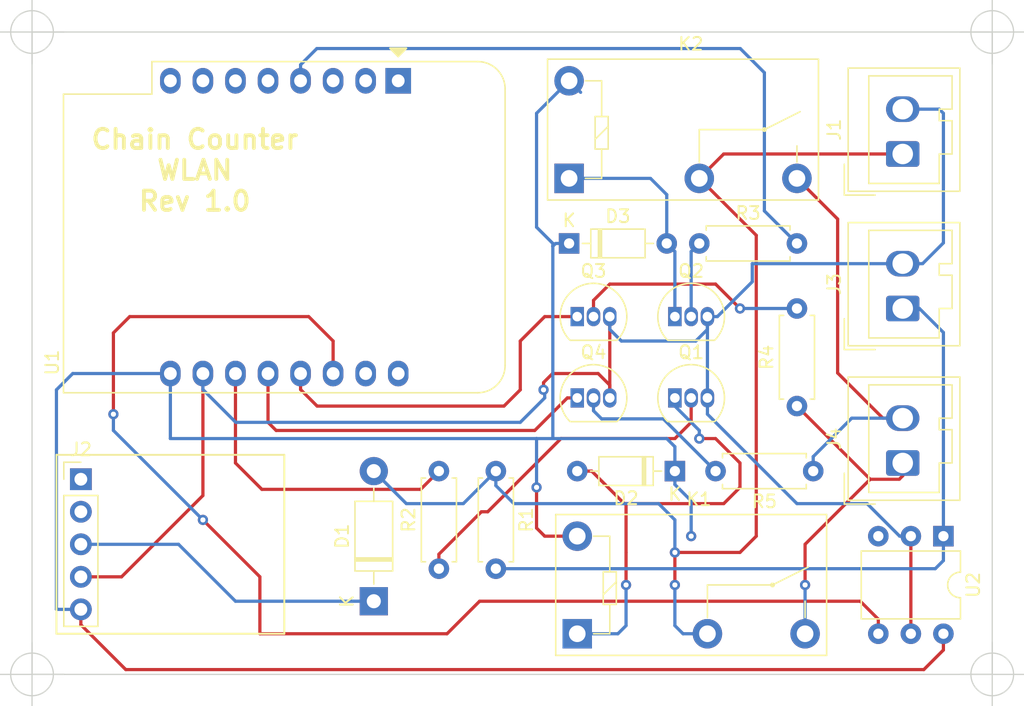
<source format=kicad_pcb>
(kicad_pcb (version 20171130) (host pcbnew "(5.1.5)-3")

  (general
    (thickness 1.6)
    (drawings 15)
    (tracks 197)
    (zones 0)
    (modules 20)
    (nets 31)
  )

  (page A4)
  (layers
    (0 F.Cu signal)
    (31 B.Cu signal)
    (32 B.Adhes user)
    (33 F.Adhes user)
    (34 B.Paste user)
    (35 F.Paste user)
    (36 B.SilkS user)
    (37 F.SilkS user)
    (38 B.Mask user)
    (39 F.Mask user)
    (40 Dwgs.User user)
    (41 Cmts.User user)
    (42 Eco1.User user)
    (43 Eco2.User user)
    (44 Edge.Cuts user)
    (45 Margin user)
    (46 B.CrtYd user)
    (47 F.CrtYd user)
    (48 B.Fab user)
    (49 F.Fab user)
  )

  (setup
    (last_trace_width 0.25)
    (trace_clearance 0.2)
    (zone_clearance 0.508)
    (zone_45_only no)
    (trace_min 0.2)
    (via_size 0.8)
    (via_drill 0.4)
    (via_min_size 0.4)
    (via_min_drill 0.3)
    (uvia_size 0.3)
    (uvia_drill 0.1)
    (uvias_allowed no)
    (uvia_min_size 0.2)
    (uvia_min_drill 0.1)
    (edge_width 0.1)
    (segment_width 0.2)
    (pcb_text_width 0.3)
    (pcb_text_size 1.5 1.5)
    (mod_edge_width 0.15)
    (mod_text_size 1 1)
    (mod_text_width 0.15)
    (pad_size 1.524 1.524)
    (pad_drill 0.762)
    (pad_to_mask_clearance 0)
    (aux_axis_origin 94.615 98.425)
    (visible_elements 7FFFFFFF)
    (pcbplotparams
      (layerselection 0x010fc_ffffffff)
      (usegerberextensions false)
      (usegerberattributes false)
      (usegerberadvancedattributes false)
      (creategerberjobfile false)
      (excludeedgelayer true)
      (linewidth 0.100000)
      (plotframeref false)
      (viasonmask false)
      (mode 1)
      (useauxorigin false)
      (hpglpennumber 1)
      (hpglpenspeed 20)
      (hpglpendiameter 15.000000)
      (psnegative false)
      (psa4output false)
      (plotreference true)
      (plotvalue true)
      (plotinvisibletext false)
      (padsonsilk false)
      (subtractmaskfromsilk false)
      (outputformat 1)
      (mirror false)
      (drillshape 1)
      (scaleselection 1)
      (outputdirectory ""))
  )

  (net 0 "")
  (net 1 "Net-(D1-Pad1)")
  (net 2 "Net-(D2-Pad2)")
  (net 3 "Net-(D3-Pad2)")
  (net 4 "Net-(J3-Pad1)")
  (net 5 "Net-(J4-Pad2)")
  (net 6 "Net-(J4-Pad1)")
  (net 7 "Net-(Q1-Pad2)")
  (net 8 "Net-(Q2-Pad2)")
  (net 9 "Net-(Q3-Pad1)")
  (net 10 "Net-(Q3-Pad2)")
  (net 11 "Net-(Q4-Pad1)")
  (net 12 "Net-(Q4-Pad2)")
  (net 13 "Net-(R2-Pad2)")
  (net 14 "Net-(R3-Pad2)")
  (net 15 "Net-(U1-Pad14)")
  (net 16 +12V)
  (net 17 +5V)
  (net 18 GND)
  (net 19 "Net-(J2-Pad2)")
  (net 20 "Net-(J2-Pad1)")
  (net 21 "Net-(U1-Pad16)")
  (net 22 "Net-(U1-Pad15)")
  (net 23 "Net-(U1-Pad8)")
  (net 24 "Net-(U1-Pad7)")
  (net 25 "Net-(U1-Pad6)")
  (net 26 "Net-(U1-Pad5)")
  (net 27 "Net-(U1-Pad3)")
  (net 28 "Net-(U1-Pad1)")
  (net 29 "Net-(U1-Pad2)")
  (net 30 "Net-(U2-Pad3)")

  (net_class Default "Dies ist die voreingestellte Netzklasse."
    (clearance 0.2)
    (trace_width 0.25)
    (via_dia 0.8)
    (via_drill 0.4)
    (uvia_dia 0.3)
    (uvia_drill 0.1)
    (add_net +12V)
    (add_net +5V)
    (add_net GND)
    (add_net "Net-(D1-Pad1)")
    (add_net "Net-(D2-Pad2)")
    (add_net "Net-(D3-Pad2)")
    (add_net "Net-(J2-Pad1)")
    (add_net "Net-(J2-Pad2)")
    (add_net "Net-(J3-Pad1)")
    (add_net "Net-(J4-Pad1)")
    (add_net "Net-(J4-Pad2)")
    (add_net "Net-(Q1-Pad2)")
    (add_net "Net-(Q2-Pad2)")
    (add_net "Net-(Q3-Pad1)")
    (add_net "Net-(Q3-Pad2)")
    (add_net "Net-(Q4-Pad1)")
    (add_net "Net-(Q4-Pad2)")
    (add_net "Net-(R2-Pad2)")
    (add_net "Net-(R3-Pad2)")
    (add_net "Net-(U1-Pad1)")
    (add_net "Net-(U1-Pad14)")
    (add_net "Net-(U1-Pad15)")
    (add_net "Net-(U1-Pad16)")
    (add_net "Net-(U1-Pad2)")
    (add_net "Net-(U1-Pad3)")
    (add_net "Net-(U1-Pad5)")
    (add_net "Net-(U1-Pad6)")
    (add_net "Net-(U1-Pad7)")
    (add_net "Net-(U1-Pad8)")
    (add_net "Net-(U2-Pad3)")
  )

  (module Relay_THT:Relay_SPST_Omron-G5Q-1A (layer F.Cu) (tedit 5AE38B4B) (tstamp 5F9F5AFC)
    (at 137.16 95.25)
    (descr "Relay SPST-NO Omron Serie G5Q, http://omronfs.omron.com/en_US/ecb/products/pdf/en-g5q.pdf")
    (tags "Relay SPST-NO Omron Serie G5Q")
    (path /5FA06E74)
    (fp_text reference K1 (at 9.5 -10.5 180) (layer F.SilkS)
      (effects (font (size 1 1) (thickness 0.15)))
    )
    (fp_text value G5Q-1A (at 8.8 3 180) (layer F.Fab)
      (effects (font (size 1 1) (thickness 0.15)))
    )
    (fp_circle (center 15.24 -3.81) (end 15.24 -3.68) (layer F.SilkS) (width 0.12))
    (fp_line (start -1.68 -9.31) (end 19.46 -9.31) (layer F.SilkS) (width 0.12))
    (fp_line (start -1.68 1.69) (end -1.68 -9.31) (layer F.SilkS) (width 0.12))
    (fp_line (start 19.46 1.69) (end 19.46 -9.31) (layer F.SilkS) (width 0.12))
    (fp_line (start -1.68 1.69) (end 19.46 1.69) (layer F.SilkS) (width 0.12))
    (fp_line (start 3.05 -2.29) (end 2.54 -2.29) (layer F.SilkS) (width 0.12))
    (fp_line (start 3.05 -4.83) (end 3.05 -2.29) (layer F.SilkS) (width 0.12))
    (fp_line (start 2.54 -4.83) (end 3.05 -4.83) (layer F.SilkS) (width 0.12))
    (fp_line (start 2.03 -4.83) (end 2.54 -4.83) (layer F.SilkS) (width 0.12))
    (fp_line (start 2.03 -2.29) (end 2.03 -4.83) (layer F.SilkS) (width 0.12))
    (fp_line (start 2.54 -2.29) (end 2.03 -2.29) (layer F.SilkS) (width 0.12))
    (fp_line (start 1.27 0) (end 2.54 0) (layer F.SilkS) (width 0.12))
    (fp_line (start 2.54 0) (end 2.54 -2.29) (layer F.SilkS) (width 0.12))
    (fp_line (start 2.54 -4.83) (end 2.54 -7.62) (layer F.SilkS) (width 0.12))
    (fp_line (start 2.54 -7.62) (end 1.27 -7.62) (layer F.SilkS) (width 0.12))
    (fp_line (start 2.03 -3.05) (end 3.05 -4.06) (layer F.SilkS) (width 0.12))
    (fp_line (start 10.16 -3.81) (end 15.24 -3.81) (layer F.SilkS) (width 0.12))
    (fp_line (start 10.16 -1.27) (end 10.16 -3.81) (layer F.SilkS) (width 0.12))
    (fp_line (start 17.78 -1.27) (end 17.78 -2.54) (layer F.SilkS) (width 0.12))
    (fp_line (start 15.24 -3.81) (end 18.03 -5.21) (layer F.SilkS) (width 0.12))
    (fp_line (start -1.95 1.95) (end -1.95 -9.55) (layer F.CrtYd) (width 0.05))
    (fp_line (start 19.7 1.95) (end -1.95 1.95) (layer F.CrtYd) (width 0.05))
    (fp_line (start 19.7 -9.55) (end 19.7 1.95) (layer F.CrtYd) (width 0.05))
    (fp_line (start -1.95 -9.55) (end 19.7 -9.55) (layer F.CrtYd) (width 0.05))
    (fp_line (start -1.18 -8.81) (end 18.96 -8.81) (layer F.Fab) (width 0.1))
    (fp_line (start -1.18 1.19) (end -1.18 -8.81) (layer F.Fab) (width 0.1))
    (fp_line (start 18.96 1.19) (end -1.18 1.19) (layer F.Fab) (width 0.1))
    (fp_line (start 18.96 -8.81) (end 18.96 1.19) (layer F.Fab) (width 0.1))
    (fp_line (start 0 -1) (end 0 -6.5) (layer F.Fab) (width 0.1))
    (fp_text user %R (at 9.6 -4.5) (layer F.Fab)
      (effects (font (size 1 1) (thickness 0.15)))
    )
    (pad 5 thru_hole circle (at 0 -7.62 180) (size 2.3 2.3) (drill 1.3) (layers *.Cu *.Mask)
      (net 17 +5V))
    (pad 3 thru_hole circle (at 17.78 0 180) (size 2.3 2.3) (drill 1.3) (layers *.Cu *.Mask)
      (net 6 "Net-(J4-Pad1)"))
    (pad 2 thru_hole circle (at 10.16 0 180) (size 2.3 2.3) (drill 1.3) (layers *.Cu *.Mask)
      (net 16 +12V))
    (pad 1 thru_hole rect (at 0 0 180) (size 2.3 2.3) (drill 1.3) (layers *.Cu *.Mask)
      (net 2 "Net-(D2-Pad2)"))
    (model ${KISYS3DMOD}/Relay_THT.3dshapes/Relay_SPST_Omron-G5Q-1A.wrl
      (at (xyz 0 0 0))
      (scale (xyz 1 1 1))
      (rotate (xyz 0 0 0))
    )
  )

  (module Relay_THT:Relay_SPST_Omron-G5Q-1A (layer F.Cu) (tedit 5AE38B4B) (tstamp 5FA0666D)
    (at 136.525 59.69)
    (descr "Relay SPST-NO Omron Serie G5Q, http://omronfs.omron.com/en_US/ecb/products/pdf/en-g5q.pdf")
    (tags "Relay SPST-NO Omron Serie G5Q")
    (path /5FA0AED6)
    (fp_text reference K2 (at 9.5 -10.5 180) (layer F.SilkS)
      (effects (font (size 1 1) (thickness 0.15)))
    )
    (fp_text value G5Q-1A (at 8.8 3 180) (layer F.Fab)
      (effects (font (size 1 1) (thickness 0.15)))
    )
    (fp_circle (center 15.24 -3.81) (end 15.24 -3.68) (layer F.SilkS) (width 0.12))
    (fp_line (start -1.68 -9.31) (end 19.46 -9.31) (layer F.SilkS) (width 0.12))
    (fp_line (start -1.68 1.69) (end -1.68 -9.31) (layer F.SilkS) (width 0.12))
    (fp_line (start 19.46 1.69) (end 19.46 -9.31) (layer F.SilkS) (width 0.12))
    (fp_line (start -1.68 1.69) (end 19.46 1.69) (layer F.SilkS) (width 0.12))
    (fp_line (start 3.05 -2.29) (end 2.54 -2.29) (layer F.SilkS) (width 0.12))
    (fp_line (start 3.05 -4.83) (end 3.05 -2.29) (layer F.SilkS) (width 0.12))
    (fp_line (start 2.54 -4.83) (end 3.05 -4.83) (layer F.SilkS) (width 0.12))
    (fp_line (start 2.03 -4.83) (end 2.54 -4.83) (layer F.SilkS) (width 0.12))
    (fp_line (start 2.03 -2.29) (end 2.03 -4.83) (layer F.SilkS) (width 0.12))
    (fp_line (start 2.54 -2.29) (end 2.03 -2.29) (layer F.SilkS) (width 0.12))
    (fp_line (start 1.27 0) (end 2.54 0) (layer F.SilkS) (width 0.12))
    (fp_line (start 2.54 0) (end 2.54 -2.29) (layer F.SilkS) (width 0.12))
    (fp_line (start 2.54 -4.83) (end 2.54 -7.62) (layer F.SilkS) (width 0.12))
    (fp_line (start 2.54 -7.62) (end 1.27 -7.62) (layer F.SilkS) (width 0.12))
    (fp_line (start 2.03 -3.05) (end 3.05 -4.06) (layer F.SilkS) (width 0.12))
    (fp_line (start 10.16 -3.81) (end 15.24 -3.81) (layer F.SilkS) (width 0.12))
    (fp_line (start 10.16 -1.27) (end 10.16 -3.81) (layer F.SilkS) (width 0.12))
    (fp_line (start 17.78 -1.27) (end 17.78 -2.54) (layer F.SilkS) (width 0.12))
    (fp_line (start 15.24 -3.81) (end 18.03 -5.21) (layer F.SilkS) (width 0.12))
    (fp_line (start -1.95 1.95) (end -1.95 -9.55) (layer F.CrtYd) (width 0.05))
    (fp_line (start 19.7 1.95) (end -1.95 1.95) (layer F.CrtYd) (width 0.05))
    (fp_line (start 19.7 -9.55) (end 19.7 1.95) (layer F.CrtYd) (width 0.05))
    (fp_line (start -1.95 -9.55) (end 19.7 -9.55) (layer F.CrtYd) (width 0.05))
    (fp_line (start -1.18 -8.81) (end 18.96 -8.81) (layer F.Fab) (width 0.1))
    (fp_line (start -1.18 1.19) (end -1.18 -8.81) (layer F.Fab) (width 0.1))
    (fp_line (start 18.96 1.19) (end -1.18 1.19) (layer F.Fab) (width 0.1))
    (fp_line (start 18.96 -8.81) (end 18.96 1.19) (layer F.Fab) (width 0.1))
    (fp_line (start 0 -1) (end 0 -6.5) (layer F.Fab) (width 0.1))
    (fp_text user %R (at 9.6 -4.5) (layer F.Fab)
      (effects (font (size 1 1) (thickness 0.15)))
    )
    (pad 5 thru_hole circle (at 0 -7.62 180) (size 2.3 2.3) (drill 1.3) (layers *.Cu *.Mask)
      (net 17 +5V))
    (pad 3 thru_hole circle (at 17.78 0 180) (size 2.3 2.3) (drill 1.3) (layers *.Cu *.Mask)
      (net 5 "Net-(J4-Pad2)"))
    (pad 2 thru_hole circle (at 10.16 0 180) (size 2.3 2.3) (drill 1.3) (layers *.Cu *.Mask)
      (net 16 +12V))
    (pad 1 thru_hole rect (at 0 0 180) (size 2.3 2.3) (drill 1.3) (layers *.Cu *.Mask)
      (net 3 "Net-(D3-Pad2)"))
    (model ${KISYS3DMOD}/Relay_THT.3dshapes/Relay_SPST_Omron-G5Q-1A.wrl
      (at (xyz 0 0 0))
      (scale (xyz 1 1 1))
      (rotate (xyz 0 0 0))
    )
  )

  (module Module:WEMOS_D1_mini_light (layer F.Cu) (tedit 5BBFB1CE) (tstamp 5F9F5C17)
    (at 123.19 52.07 270)
    (descr "16-pin module, column spacing 22.86 mm (900 mils), https://wiki.wemos.cc/products:d1:d1_mini, https://c1.staticflickr.com/1/734/31400410271_f278b087db_z.jpg")
    (tags "ESP8266 WiFi microcontroller")
    (path /5F9FEC87)
    (fp_text reference U1 (at 22 27 90) (layer F.SilkS)
      (effects (font (size 1 1) (thickness 0.15)))
    )
    (fp_text value WeMos_D1_mini (at 11.7 0 90) (layer F.Fab)
      (effects (font (size 1 1) (thickness 0.15)))
    )
    (fp_text user "No copper" (at 11.43 -3.81 90) (layer Cmts.User)
      (effects (font (size 1 1) (thickness 0.15)))
    )
    (fp_text user "KEEP OUT" (at 11.43 -6.35 90) (layer Cmts.User)
      (effects (font (size 1 1) (thickness 0.15)))
    )
    (fp_arc (start 22.23 -6.21) (end 24.36 -6.21) (angle -90) (layer F.SilkS) (width 0.12))
    (fp_arc (start 0.63 -6.21) (end 0.63 -8.34) (angle -90) (layer F.SilkS) (width 0.12))
    (fp_line (start 1.04 19.22) (end 1.04 26.12) (layer F.SilkS) (width 0.12))
    (fp_line (start -1.5 19.22) (end 1.04 19.22) (layer F.SilkS) (width 0.12))
    (fp_arc (start 22.23 -6.21) (end 24.23 -6.19) (angle -90) (layer F.Fab) (width 0.1))
    (fp_arc (start 0.63 -6.21) (end 0.63 -8.21) (angle -90) (layer F.Fab) (width 0.1))
    (fp_line (start -0.37 0) (end -1.37 -1) (layer F.Fab) (width 0.1))
    (fp_line (start -1.37 1) (end -0.37 0) (layer F.Fab) (width 0.1))
    (fp_line (start -1.37 -6.21) (end -1.37 -1) (layer F.Fab) (width 0.1))
    (fp_line (start 1.17 19.09) (end 1.17 25.99) (layer F.Fab) (width 0.1))
    (fp_line (start -1.37 19.09) (end 1.17 19.09) (layer F.Fab) (width 0.1))
    (fp_line (start -1.35 -7.4) (end -0.55 -8.2) (layer Dwgs.User) (width 0.1))
    (fp_line (start -1.3 -5.45) (end 1.45 -8.2) (layer Dwgs.User) (width 0.1))
    (fp_line (start -1.35 -3.4) (end 3.45 -8.2) (layer Dwgs.User) (width 0.1))
    (fp_line (start 22.65 -1.4) (end 24.25 -3) (layer Dwgs.User) (width 0.1))
    (fp_line (start 20.65 -1.4) (end 24.25 -5) (layer Dwgs.User) (width 0.1))
    (fp_line (start 18.65 -1.4) (end 24.25 -7) (layer Dwgs.User) (width 0.1))
    (fp_line (start 16.65 -1.4) (end 23.45 -8.2) (layer Dwgs.User) (width 0.1))
    (fp_line (start 14.65 -1.4) (end 21.45 -8.2) (layer Dwgs.User) (width 0.1))
    (fp_line (start 12.65 -1.4) (end 19.45 -8.2) (layer Dwgs.User) (width 0.1))
    (fp_line (start 10.65 -1.4) (end 17.45 -8.2) (layer Dwgs.User) (width 0.1))
    (fp_line (start 8.65 -1.4) (end 15.45 -8.2) (layer Dwgs.User) (width 0.1))
    (fp_line (start 6.65 -1.4) (end 13.45 -8.2) (layer Dwgs.User) (width 0.1))
    (fp_line (start 4.65 -1.4) (end 11.45 -8.2) (layer Dwgs.User) (width 0.1))
    (fp_line (start 2.65 -1.4) (end 9.45 -8.2) (layer Dwgs.User) (width 0.1))
    (fp_line (start 0.65 -1.4) (end 7.45 -8.2) (layer Dwgs.User) (width 0.1))
    (fp_line (start -1.35 -1.4) (end 5.45 -8.2) (layer Dwgs.User) (width 0.1))
    (fp_line (start -1.35 -8.2) (end -1.35 -1.4) (layer Dwgs.User) (width 0.1))
    (fp_line (start 24.25 -8.2) (end -1.35 -8.2) (layer Dwgs.User) (width 0.1))
    (fp_line (start 24.25 -1.4) (end 24.25 -8.2) (layer Dwgs.User) (width 0.1))
    (fp_line (start -1.35 -1.4) (end 24.25 -1.4) (layer Dwgs.User) (width 0.1))
    (fp_poly (pts (xy -2.54 -0.635) (xy -2.54 0.635) (xy -1.905 0)) (layer F.SilkS) (width 0.15))
    (fp_line (start -1.62 26.24) (end -1.62 -8.46) (layer F.CrtYd) (width 0.05))
    (fp_line (start 24.48 26.24) (end -1.62 26.24) (layer F.CrtYd) (width 0.05))
    (fp_line (start 24.48 -8.41) (end 24.48 26.24) (layer F.CrtYd) (width 0.05))
    (fp_line (start -1.62 -8.46) (end 24.48 -8.46) (layer F.CrtYd) (width 0.05))
    (fp_text user %R (at 11.43 10 90) (layer F.Fab)
      (effects (font (size 1 1) (thickness 0.15)))
    )
    (fp_line (start -1.37 1) (end -1.37 19.09) (layer F.Fab) (width 0.1))
    (fp_line (start 22.23 -8.21) (end 0.63 -8.21) (layer F.Fab) (width 0.1))
    (fp_line (start 24.23 25.99) (end 24.23 -6.21) (layer F.Fab) (width 0.1))
    (fp_line (start 1.17 25.99) (end 24.23 25.99) (layer F.Fab) (width 0.1))
    (fp_line (start 22.24 -8.34) (end 0.63 -8.34) (layer F.SilkS) (width 0.12))
    (fp_line (start 24.36 26.12) (end 24.36 -6.21) (layer F.SilkS) (width 0.12))
    (fp_line (start -1.5 19.22) (end -1.5 -6.21) (layer F.SilkS) (width 0.12))
    (fp_line (start 1.04 26.12) (end 24.36 26.12) (layer F.SilkS) (width 0.12))
    (pad 16 thru_hole oval (at 22.86 0 270) (size 2 1.6) (drill 1) (layers *.Cu *.Mask)
      (net 21 "Net-(U1-Pad16)"))
    (pad 15 thru_hole oval (at 22.86 2.54 270) (size 2 1.6) (drill 1) (layers *.Cu *.Mask)
      (net 22 "Net-(U1-Pad15)"))
    (pad 14 thru_hole oval (at 22.86 5.08 270) (size 2 1.6) (drill 1) (layers *.Cu *.Mask)
      (net 15 "Net-(U1-Pad14)"))
    (pad 13 thru_hole oval (at 22.86 7.62 270) (size 2 1.6) (drill 1) (layers *.Cu *.Mask)
      (net 9 "Net-(Q3-Pad1)"))
    (pad 12 thru_hole oval (at 22.86 10.16 270) (size 2 1.6) (drill 1) (layers *.Cu *.Mask)
      (net 11 "Net-(Q4-Pad1)"))
    (pad 11 thru_hole oval (at 22.86 12.7 270) (size 2 1.6) (drill 1) (layers *.Cu *.Mask)
      (net 13 "Net-(R2-Pad2)"))
    (pad 10 thru_hole oval (at 22.86 15.24 270) (size 2 1.6) (drill 1) (layers *.Cu *.Mask)
      (net 18 GND))
    (pad 9 thru_hole oval (at 22.86 17.78 270) (size 2 1.6) (drill 1) (layers *.Cu *.Mask)
      (net 17 +5V))
    (pad 8 thru_hole oval (at 0 17.78 270) (size 2 1.6) (drill 1) (layers *.Cu *.Mask)
      (net 23 "Net-(U1-Pad8)"))
    (pad 7 thru_hole oval (at 0 15.24 270) (size 2 1.6) (drill 1) (layers *.Cu *.Mask)
      (net 24 "Net-(U1-Pad7)"))
    (pad 6 thru_hole oval (at 0 12.7 270) (size 2 1.6) (drill 1) (layers *.Cu *.Mask)
      (net 25 "Net-(U1-Pad6)"))
    (pad 5 thru_hole oval (at 0 10.16 270) (size 2 1.6) (drill 1) (layers *.Cu *.Mask)
      (net 26 "Net-(U1-Pad5)"))
    (pad 4 thru_hole oval (at 0 7.62 270) (size 2 1.6) (drill 1) (layers *.Cu *.Mask)
      (net 14 "Net-(R3-Pad2)"))
    (pad 3 thru_hole oval (at 0 5.08 270) (size 2 1.6) (drill 1) (layers *.Cu *.Mask)
      (net 27 "Net-(U1-Pad3)"))
    (pad 1 thru_hole rect (at 0 0 270) (size 2 2) (drill 1) (layers *.Cu *.Mask)
      (net 28 "Net-(U1-Pad1)"))
    (pad 2 thru_hole oval (at 0 2.54 270) (size 2 1.6) (drill 1) (layers *.Cu *.Mask)
      (net 29 "Net-(U1-Pad2)"))
    (model ${KISYS3DMOD}/Module.3dshapes/WEMOS_D1_mini_light.wrl
      (at (xyz 0 0 0))
      (scale (xyz 1 1 1))
      (rotate (xyz 0 0 0))
    )
    (model ${KISYS3DMOD}/Connector_PinHeader_2.54mm.3dshapes/PinHeader_1x08_P2.54mm_Vertical.wrl
      (offset (xyz 0 0 9.5))
      (scale (xyz 1 1 1))
      (rotate (xyz 0 -180 0))
    )
    (model ${KISYS3DMOD}/Connector_PinHeader_2.54mm.3dshapes/PinHeader_1x08_P2.54mm_Vertical.wrl
      (offset (xyz 22.86 0 9.5))
      (scale (xyz 1 1 1))
      (rotate (xyz 0 -180 0))
    )
    (model ${KISYS3DMOD}/Connector_PinSocket_2.54mm.3dshapes/PinSocket_1x08_P2.54mm_Vertical.wrl
      (at (xyz 0 0 0))
      (scale (xyz 1 1 1))
      (rotate (xyz 0 0 0))
    )
    (model ${KISYS3DMOD}/Connector_PinSocket_2.54mm.3dshapes/PinSocket_1x08_P2.54mm_Vertical.wrl
      (offset (xyz 22.86 0 0))
      (scale (xyz 1 1 1))
      (rotate (xyz 0 0 0))
    )
  )

  (module Package_DIP:DIP-6_W7.62mm (layer F.Cu) (tedit 5A02E8C5) (tstamp 5F9FCDE5)
    (at 165.735 87.63 270)
    (descr "6-lead though-hole mounted DIP package, row spacing 7.62 mm (300 mils)")
    (tags "THT DIP DIL PDIP 2.54mm 7.62mm 300mil")
    (path /5E1849BD)
    (fp_text reference U2 (at 3.81 -2.33 90) (layer F.SilkS)
      (effects (font (size 1 1) (thickness 0.15)))
    )
    (fp_text value H11L1 (at 3.81 7.41 90) (layer F.Fab)
      (effects (font (size 1 1) (thickness 0.15)))
    )
    (fp_text user %R (at 3.81 2.54 90) (layer F.Fab)
      (effects (font (size 1 1) (thickness 0.15)))
    )
    (fp_line (start 8.7 -1.55) (end -1.1 -1.55) (layer F.CrtYd) (width 0.05))
    (fp_line (start 8.7 6.6) (end 8.7 -1.55) (layer F.CrtYd) (width 0.05))
    (fp_line (start -1.1 6.6) (end 8.7 6.6) (layer F.CrtYd) (width 0.05))
    (fp_line (start -1.1 -1.55) (end -1.1 6.6) (layer F.CrtYd) (width 0.05))
    (fp_line (start 6.46 -1.33) (end 4.81 -1.33) (layer F.SilkS) (width 0.12))
    (fp_line (start 6.46 6.41) (end 6.46 -1.33) (layer F.SilkS) (width 0.12))
    (fp_line (start 1.16 6.41) (end 6.46 6.41) (layer F.SilkS) (width 0.12))
    (fp_line (start 1.16 -1.33) (end 1.16 6.41) (layer F.SilkS) (width 0.12))
    (fp_line (start 2.81 -1.33) (end 1.16 -1.33) (layer F.SilkS) (width 0.12))
    (fp_line (start 0.635 -0.27) (end 1.635 -1.27) (layer F.Fab) (width 0.1))
    (fp_line (start 0.635 6.35) (end 0.635 -0.27) (layer F.Fab) (width 0.1))
    (fp_line (start 6.985 6.35) (end 0.635 6.35) (layer F.Fab) (width 0.1))
    (fp_line (start 6.985 -1.27) (end 6.985 6.35) (layer F.Fab) (width 0.1))
    (fp_line (start 1.635 -1.27) (end 6.985 -1.27) (layer F.Fab) (width 0.1))
    (fp_arc (start 3.81 -1.33) (end 2.81 -1.33) (angle -180) (layer F.SilkS) (width 0.12))
    (pad 6 thru_hole oval (at 7.62 0 270) (size 1.6 1.6) (drill 0.8) (layers *.Cu *.Mask)
      (net 17 +5V))
    (pad 3 thru_hole oval (at 0 5.08 270) (size 1.6 1.6) (drill 0.8) (layers *.Cu *.Mask)
      (net 30 "Net-(U2-Pad3)"))
    (pad 5 thru_hole oval (at 7.62 2.54 270) (size 1.6 1.6) (drill 0.8) (layers *.Cu *.Mask)
      (net 18 GND))
    (pad 2 thru_hole oval (at 0 2.54 270) (size 1.6 1.6) (drill 0.8) (layers *.Cu *.Mask)
      (net 18 GND))
    (pad 4 thru_hole oval (at 7.62 5.08 270) (size 1.6 1.6) (drill 0.8) (layers *.Cu *.Mask)
      (net 15 "Net-(U1-Pad14)"))
    (pad 1 thru_hole rect (at 0 0 270) (size 1.6 1.6) (drill 0.8) (layers *.Cu *.Mask)
      (net 4 "Net-(J3-Pad1)"))
    (model ${KISYS3DMOD}/Package_DIP.3dshapes/DIP-6_W7.62mm.wrl
      (at (xyz 0 0 0))
      (scale (xyz 1 1 1))
      (rotate (xyz 0 0 0))
    )
  )

  (module Resistor_THT:R_Axial_DIN0207_L6.3mm_D2.5mm_P7.62mm_Horizontal (layer F.Cu) (tedit 5AE5139B) (tstamp 5F9FCE5A)
    (at 155.575 82.55 180)
    (descr "Resistor, Axial_DIN0207 series, Axial, Horizontal, pin pitch=7.62mm, 0.25W = 1/4W, length*diameter=6.3*2.5mm^2, http://cdn-reichelt.de/documents/datenblatt/B400/1_4W%23YAG.pdf")
    (tags "Resistor Axial_DIN0207 series Axial Horizontal pin pitch 7.62mm 0.25W = 1/4W length 6.3mm diameter 2.5mm")
    (path /5E48A85E)
    (fp_text reference R5 (at 3.81 -2.37) (layer F.SilkS)
      (effects (font (size 1 1) (thickness 0.15)))
    )
    (fp_text value 10K (at 3.81 2.37) (layer F.Fab)
      (effects (font (size 1 1) (thickness 0.15)))
    )
    (fp_text user %R (at 3.81 0) (layer F.Fab)
      (effects (font (size 1 1) (thickness 0.15)))
    )
    (fp_line (start 8.67 -1.5) (end -1.05 -1.5) (layer F.CrtYd) (width 0.05))
    (fp_line (start 8.67 1.5) (end 8.67 -1.5) (layer F.CrtYd) (width 0.05))
    (fp_line (start -1.05 1.5) (end 8.67 1.5) (layer F.CrtYd) (width 0.05))
    (fp_line (start -1.05 -1.5) (end -1.05 1.5) (layer F.CrtYd) (width 0.05))
    (fp_line (start 7.08 1.37) (end 7.08 1.04) (layer F.SilkS) (width 0.12))
    (fp_line (start 0.54 1.37) (end 7.08 1.37) (layer F.SilkS) (width 0.12))
    (fp_line (start 0.54 1.04) (end 0.54 1.37) (layer F.SilkS) (width 0.12))
    (fp_line (start 7.08 -1.37) (end 7.08 -1.04) (layer F.SilkS) (width 0.12))
    (fp_line (start 0.54 -1.37) (end 7.08 -1.37) (layer F.SilkS) (width 0.12))
    (fp_line (start 0.54 -1.04) (end 0.54 -1.37) (layer F.SilkS) (width 0.12))
    (fp_line (start 7.62 0) (end 6.96 0) (layer F.Fab) (width 0.1))
    (fp_line (start 0 0) (end 0.66 0) (layer F.Fab) (width 0.1))
    (fp_line (start 6.96 -1.25) (end 0.66 -1.25) (layer F.Fab) (width 0.1))
    (fp_line (start 6.96 1.25) (end 6.96 -1.25) (layer F.Fab) (width 0.1))
    (fp_line (start 0.66 1.25) (end 6.96 1.25) (layer F.Fab) (width 0.1))
    (fp_line (start 0.66 -1.25) (end 0.66 1.25) (layer F.Fab) (width 0.1))
    (pad 2 thru_hole oval (at 7.62 0 180) (size 1.6 1.6) (drill 0.8) (layers *.Cu *.Mask)
      (net 12 "Net-(Q4-Pad2)"))
    (pad 1 thru_hole circle (at 0 0 180) (size 1.6 1.6) (drill 0.8) (layers *.Cu *.Mask)
      (net 5 "Net-(J4-Pad2)"))
    (model ${KISYS3DMOD}/Resistor_THT.3dshapes/R_Axial_DIN0207_L6.3mm_D2.5mm_P7.62mm_Horizontal.wrl
      (at (xyz 0 0 0))
      (scale (xyz 1 1 1))
      (rotate (xyz 0 0 0))
    )
  )

  (module Resistor_THT:R_Axial_DIN0207_L6.3mm_D2.5mm_P7.62mm_Horizontal (layer F.Cu) (tedit 5AE5139B) (tstamp 5F9F5BC5)
    (at 154.305 77.47 90)
    (descr "Resistor, Axial_DIN0207 series, Axial, Horizontal, pin pitch=7.62mm, 0.25W = 1/4W, length*diameter=6.3*2.5mm^2, http://cdn-reichelt.de/documents/datenblatt/B400/1_4W%23YAG.pdf")
    (tags "Resistor Axial_DIN0207 series Axial Horizontal pin pitch 7.62mm 0.25W = 1/4W length 6.3mm diameter 2.5mm")
    (path /5E48787C)
    (fp_text reference R4 (at 3.81 -2.37 90) (layer F.SilkS)
      (effects (font (size 1 1) (thickness 0.15)))
    )
    (fp_text value 10K (at 3.81 2.37 90) (layer F.Fab)
      (effects (font (size 1 1) (thickness 0.15)))
    )
    (fp_text user %R (at 3.81 0 90) (layer F.Fab)
      (effects (font (size 1 1) (thickness 0.15)))
    )
    (fp_line (start 8.67 -1.5) (end -1.05 -1.5) (layer F.CrtYd) (width 0.05))
    (fp_line (start 8.67 1.5) (end 8.67 -1.5) (layer F.CrtYd) (width 0.05))
    (fp_line (start -1.05 1.5) (end 8.67 1.5) (layer F.CrtYd) (width 0.05))
    (fp_line (start -1.05 -1.5) (end -1.05 1.5) (layer F.CrtYd) (width 0.05))
    (fp_line (start 7.08 1.37) (end 7.08 1.04) (layer F.SilkS) (width 0.12))
    (fp_line (start 0.54 1.37) (end 7.08 1.37) (layer F.SilkS) (width 0.12))
    (fp_line (start 0.54 1.04) (end 0.54 1.37) (layer F.SilkS) (width 0.12))
    (fp_line (start 7.08 -1.37) (end 7.08 -1.04) (layer F.SilkS) (width 0.12))
    (fp_line (start 0.54 -1.37) (end 7.08 -1.37) (layer F.SilkS) (width 0.12))
    (fp_line (start 0.54 -1.04) (end 0.54 -1.37) (layer F.SilkS) (width 0.12))
    (fp_line (start 7.62 0) (end 6.96 0) (layer F.Fab) (width 0.1))
    (fp_line (start 0 0) (end 0.66 0) (layer F.Fab) (width 0.1))
    (fp_line (start 6.96 -1.25) (end 0.66 -1.25) (layer F.Fab) (width 0.1))
    (fp_line (start 6.96 1.25) (end 6.96 -1.25) (layer F.Fab) (width 0.1))
    (fp_line (start 0.66 1.25) (end 6.96 1.25) (layer F.Fab) (width 0.1))
    (fp_line (start 0.66 -1.25) (end 0.66 1.25) (layer F.Fab) (width 0.1))
    (pad 2 thru_hole oval (at 7.62 0 90) (size 1.6 1.6) (drill 0.8) (layers *.Cu *.Mask)
      (net 10 "Net-(Q3-Pad2)"))
    (pad 1 thru_hole circle (at 0 0 90) (size 1.6 1.6) (drill 0.8) (layers *.Cu *.Mask)
      (net 6 "Net-(J4-Pad1)"))
    (model ${KISYS3DMOD}/Resistor_THT.3dshapes/R_Axial_DIN0207_L6.3mm_D2.5mm_P7.62mm_Horizontal.wrl
      (at (xyz 0 0 0))
      (scale (xyz 1 1 1))
      (rotate (xyz 0 0 0))
    )
  )

  (module Resistor_THT:R_Axial_DIN0207_L6.3mm_D2.5mm_P7.62mm_Horizontal (layer F.Cu) (tedit 5AE5139B) (tstamp 5F9FCCB0)
    (at 146.685 64.77)
    (descr "Resistor, Axial_DIN0207 series, Axial, Horizontal, pin pitch=7.62mm, 0.25W = 1/4W, length*diameter=6.3*2.5mm^2, http://cdn-reichelt.de/documents/datenblatt/B400/1_4W%23YAG.pdf")
    (tags "Resistor Axial_DIN0207 series Axial Horizontal pin pitch 7.62mm 0.25W = 1/4W length 6.3mm diameter 2.5mm")
    (path /5E42F5E8)
    (fp_text reference R3 (at 3.81 -2.37) (layer F.SilkS)
      (effects (font (size 1 1) (thickness 0.15)))
    )
    (fp_text value 270 (at 3.81 2.37) (layer F.Fab)
      (effects (font (size 1 1) (thickness 0.15)))
    )
    (fp_text user %R (at 3.81 0) (layer F.Fab)
      (effects (font (size 1 1) (thickness 0.15)))
    )
    (fp_line (start 8.67 -1.5) (end -1.05 -1.5) (layer F.CrtYd) (width 0.05))
    (fp_line (start 8.67 1.5) (end 8.67 -1.5) (layer F.CrtYd) (width 0.05))
    (fp_line (start -1.05 1.5) (end 8.67 1.5) (layer F.CrtYd) (width 0.05))
    (fp_line (start -1.05 -1.5) (end -1.05 1.5) (layer F.CrtYd) (width 0.05))
    (fp_line (start 7.08 1.37) (end 7.08 1.04) (layer F.SilkS) (width 0.12))
    (fp_line (start 0.54 1.37) (end 7.08 1.37) (layer F.SilkS) (width 0.12))
    (fp_line (start 0.54 1.04) (end 0.54 1.37) (layer F.SilkS) (width 0.12))
    (fp_line (start 7.08 -1.37) (end 7.08 -1.04) (layer F.SilkS) (width 0.12))
    (fp_line (start 0.54 -1.37) (end 7.08 -1.37) (layer F.SilkS) (width 0.12))
    (fp_line (start 0.54 -1.04) (end 0.54 -1.37) (layer F.SilkS) (width 0.12))
    (fp_line (start 7.62 0) (end 6.96 0) (layer F.Fab) (width 0.1))
    (fp_line (start 0 0) (end 0.66 0) (layer F.Fab) (width 0.1))
    (fp_line (start 6.96 -1.25) (end 0.66 -1.25) (layer F.Fab) (width 0.1))
    (fp_line (start 6.96 1.25) (end 6.96 -1.25) (layer F.Fab) (width 0.1))
    (fp_line (start 0.66 1.25) (end 6.96 1.25) (layer F.Fab) (width 0.1))
    (fp_line (start 0.66 -1.25) (end 0.66 1.25) (layer F.Fab) (width 0.1))
    (pad 2 thru_hole oval (at 7.62 0) (size 1.6 1.6) (drill 0.8) (layers *.Cu *.Mask)
      (net 14 "Net-(R3-Pad2)"))
    (pad 1 thru_hole circle (at 0 0) (size 1.6 1.6) (drill 0.8) (layers *.Cu *.Mask)
      (net 8 "Net-(Q2-Pad2)"))
    (model ${KISYS3DMOD}/Resistor_THT.3dshapes/R_Axial_DIN0207_L6.3mm_D2.5mm_P7.62mm_Horizontal.wrl
      (at (xyz 0 0 0))
      (scale (xyz 1 1 1))
      (rotate (xyz 0 0 0))
    )
  )

  (module Resistor_THT:R_Axial_DIN0207_L6.3mm_D2.5mm_P7.62mm_Horizontal (layer F.Cu) (tedit 5AE5139B) (tstamp 5F9FC918)
    (at 126.365 90.17 90)
    (descr "Resistor, Axial_DIN0207 series, Axial, Horizontal, pin pitch=7.62mm, 0.25W = 1/4W, length*diameter=6.3*2.5mm^2, http://cdn-reichelt.de/documents/datenblatt/B400/1_4W%23YAG.pdf")
    (tags "Resistor Axial_DIN0207 series Axial Horizontal pin pitch 7.62mm 0.25W = 1/4W length 6.3mm diameter 2.5mm")
    (path /5E42E789)
    (fp_text reference R2 (at 3.81 -2.37 90) (layer F.SilkS)
      (effects (font (size 1 1) (thickness 0.15)))
    )
    (fp_text value 270 (at 3.81 2.37 90) (layer F.Fab)
      (effects (font (size 1 1) (thickness 0.15)))
    )
    (fp_text user %R (at 3.81 0 90) (layer F.Fab)
      (effects (font (size 1 1) (thickness 0.15)))
    )
    (fp_line (start 8.67 -1.5) (end -1.05 -1.5) (layer F.CrtYd) (width 0.05))
    (fp_line (start 8.67 1.5) (end 8.67 -1.5) (layer F.CrtYd) (width 0.05))
    (fp_line (start -1.05 1.5) (end 8.67 1.5) (layer F.CrtYd) (width 0.05))
    (fp_line (start -1.05 -1.5) (end -1.05 1.5) (layer F.CrtYd) (width 0.05))
    (fp_line (start 7.08 1.37) (end 7.08 1.04) (layer F.SilkS) (width 0.12))
    (fp_line (start 0.54 1.37) (end 7.08 1.37) (layer F.SilkS) (width 0.12))
    (fp_line (start 0.54 1.04) (end 0.54 1.37) (layer F.SilkS) (width 0.12))
    (fp_line (start 7.08 -1.37) (end 7.08 -1.04) (layer F.SilkS) (width 0.12))
    (fp_line (start 0.54 -1.37) (end 7.08 -1.37) (layer F.SilkS) (width 0.12))
    (fp_line (start 0.54 -1.04) (end 0.54 -1.37) (layer F.SilkS) (width 0.12))
    (fp_line (start 7.62 0) (end 6.96 0) (layer F.Fab) (width 0.1))
    (fp_line (start 0 0) (end 0.66 0) (layer F.Fab) (width 0.1))
    (fp_line (start 6.96 -1.25) (end 0.66 -1.25) (layer F.Fab) (width 0.1))
    (fp_line (start 6.96 1.25) (end 6.96 -1.25) (layer F.Fab) (width 0.1))
    (fp_line (start 0.66 1.25) (end 6.96 1.25) (layer F.Fab) (width 0.1))
    (fp_line (start 0.66 -1.25) (end 0.66 1.25) (layer F.Fab) (width 0.1))
    (pad 2 thru_hole oval (at 7.62 0 90) (size 1.6 1.6) (drill 0.8) (layers *.Cu *.Mask)
      (net 13 "Net-(R2-Pad2)"))
    (pad 1 thru_hole circle (at 0 0 90) (size 1.6 1.6) (drill 0.8) (layers *.Cu *.Mask)
      (net 7 "Net-(Q1-Pad2)"))
    (model ${KISYS3DMOD}/Resistor_THT.3dshapes/R_Axial_DIN0207_L6.3mm_D2.5mm_P7.62mm_Horizontal.wrl
      (at (xyz 0 0 0))
      (scale (xyz 1 1 1))
      (rotate (xyz 0 0 0))
    )
  )

  (module Resistor_THT:R_Axial_DIN0207_L6.3mm_D2.5mm_P7.62mm_Horizontal (layer F.Cu) (tedit 5AE5139B) (tstamp 5F9F5B80)
    (at 130.81 82.55 270)
    (descr "Resistor, Axial_DIN0207 series, Axial, Horizontal, pin pitch=7.62mm, 0.25W = 1/4W, length*diameter=6.3*2.5mm^2, http://cdn-reichelt.de/documents/datenblatt/B400/1_4W%23YAG.pdf")
    (tags "Resistor Axial_DIN0207 series Axial Horizontal pin pitch 7.62mm 0.25W = 1/4W length 6.3mm diameter 2.5mm")
    (path /5E185D53)
    (fp_text reference R1 (at 3.81 -2.37 90) (layer F.SilkS)
      (effects (font (size 1 1) (thickness 0.15)))
    )
    (fp_text value 1K (at 3.81 2.37 90) (layer F.Fab)
      (effects (font (size 1 1) (thickness 0.15)))
    )
    (fp_text user %R (at 3.81 0 90) (layer F.Fab)
      (effects (font (size 1 1) (thickness 0.15)))
    )
    (fp_line (start 8.67 -1.5) (end -1.05 -1.5) (layer F.CrtYd) (width 0.05))
    (fp_line (start 8.67 1.5) (end 8.67 -1.5) (layer F.CrtYd) (width 0.05))
    (fp_line (start -1.05 1.5) (end 8.67 1.5) (layer F.CrtYd) (width 0.05))
    (fp_line (start -1.05 -1.5) (end -1.05 1.5) (layer F.CrtYd) (width 0.05))
    (fp_line (start 7.08 1.37) (end 7.08 1.04) (layer F.SilkS) (width 0.12))
    (fp_line (start 0.54 1.37) (end 7.08 1.37) (layer F.SilkS) (width 0.12))
    (fp_line (start 0.54 1.04) (end 0.54 1.37) (layer F.SilkS) (width 0.12))
    (fp_line (start 7.08 -1.37) (end 7.08 -1.04) (layer F.SilkS) (width 0.12))
    (fp_line (start 0.54 -1.37) (end 7.08 -1.37) (layer F.SilkS) (width 0.12))
    (fp_line (start 0.54 -1.04) (end 0.54 -1.37) (layer F.SilkS) (width 0.12))
    (fp_line (start 7.62 0) (end 6.96 0) (layer F.Fab) (width 0.1))
    (fp_line (start 0 0) (end 0.66 0) (layer F.Fab) (width 0.1))
    (fp_line (start 6.96 -1.25) (end 0.66 -1.25) (layer F.Fab) (width 0.1))
    (fp_line (start 6.96 1.25) (end 6.96 -1.25) (layer F.Fab) (width 0.1))
    (fp_line (start 0.66 1.25) (end 6.96 1.25) (layer F.Fab) (width 0.1))
    (fp_line (start 0.66 -1.25) (end 0.66 1.25) (layer F.Fab) (width 0.1))
    (pad 2 thru_hole oval (at 7.62 0 270) (size 1.6 1.6) (drill 0.8) (layers *.Cu *.Mask)
      (net 4 "Net-(J3-Pad1)"))
    (pad 1 thru_hole circle (at 0 0 270) (size 1.6 1.6) (drill 0.8) (layers *.Cu *.Mask)
      (net 16 +12V))
    (model ${KISYS3DMOD}/Resistor_THT.3dshapes/R_Axial_DIN0207_L6.3mm_D2.5mm_P7.62mm_Horizontal.wrl
      (at (xyz 0 0 0))
      (scale (xyz 1 1 1))
      (rotate (xyz 0 0 0))
    )
  )

  (module Package_TO_SOT_THT:TO-92_Inline (layer F.Cu) (tedit 5A1DD157) (tstamp 5F9F5B69)
    (at 137.16 76.835)
    (descr "TO-92 leads in-line, narrow, oval pads, drill 0.75mm (see NXP sot054_po.pdf)")
    (tags "to-92 sc-43 sc-43a sot54 PA33 transistor")
    (path /5E484107)
    (fp_text reference Q4 (at 1.27 -3.56) (layer F.SilkS)
      (effects (font (size 1 1) (thickness 0.15)))
    )
    (fp_text value BC337 (at 1.27 2.79) (layer F.Fab)
      (effects (font (size 1 1) (thickness 0.15)))
    )
    (fp_arc (start 1.27 0) (end 1.27 -2.6) (angle 135) (layer F.SilkS) (width 0.12))
    (fp_arc (start 1.27 0) (end 1.27 -2.48) (angle -135) (layer F.Fab) (width 0.1))
    (fp_arc (start 1.27 0) (end 1.27 -2.6) (angle -135) (layer F.SilkS) (width 0.12))
    (fp_arc (start 1.27 0) (end 1.27 -2.48) (angle 135) (layer F.Fab) (width 0.1))
    (fp_line (start 4 2.01) (end -1.46 2.01) (layer F.CrtYd) (width 0.05))
    (fp_line (start 4 2.01) (end 4 -2.73) (layer F.CrtYd) (width 0.05))
    (fp_line (start -1.46 -2.73) (end -1.46 2.01) (layer F.CrtYd) (width 0.05))
    (fp_line (start -1.46 -2.73) (end 4 -2.73) (layer F.CrtYd) (width 0.05))
    (fp_line (start -0.5 1.75) (end 3 1.75) (layer F.Fab) (width 0.1))
    (fp_line (start -0.53 1.85) (end 3.07 1.85) (layer F.SilkS) (width 0.12))
    (fp_text user %R (at 1.27 -3.56) (layer F.Fab)
      (effects (font (size 1 1) (thickness 0.15)))
    )
    (pad 1 thru_hole rect (at 0 0) (size 1.05 1.5) (drill 0.75) (layers *.Cu *.Mask)
      (net 11 "Net-(Q4-Pad1)"))
    (pad 3 thru_hole oval (at 2.54 0) (size 1.05 1.5) (drill 0.75) (layers *.Cu *.Mask)
      (net 18 GND))
    (pad 2 thru_hole oval (at 1.27 0) (size 1.05 1.5) (drill 0.75) (layers *.Cu *.Mask)
      (net 12 "Net-(Q4-Pad2)"))
    (model ${KISYS3DMOD}/Package_TO_SOT_THT.3dshapes/TO-92_Inline.wrl
      (at (xyz 0 0 0))
      (scale (xyz 1 1 1))
      (rotate (xyz 0 0 0))
    )
  )

  (module Package_TO_SOT_THT:TO-92_Inline (layer F.Cu) (tedit 5A1DD157) (tstamp 5F9F5B57)
    (at 137.16 70.485)
    (descr "TO-92 leads in-line, narrow, oval pads, drill 0.75mm (see NXP sot054_po.pdf)")
    (tags "to-92 sc-43 sc-43a sot54 PA33 transistor")
    (path /5E480F7F)
    (fp_text reference Q3 (at 1.27 -3.56) (layer F.SilkS)
      (effects (font (size 1 1) (thickness 0.15)))
    )
    (fp_text value BC337 (at 1.27 2.79) (layer F.Fab)
      (effects (font (size 1 1) (thickness 0.15)))
    )
    (fp_arc (start 1.27 0) (end 1.27 -2.6) (angle 135) (layer F.SilkS) (width 0.12))
    (fp_arc (start 1.27 0) (end 1.27 -2.48) (angle -135) (layer F.Fab) (width 0.1))
    (fp_arc (start 1.27 0) (end 1.27 -2.6) (angle -135) (layer F.SilkS) (width 0.12))
    (fp_arc (start 1.27 0) (end 1.27 -2.48) (angle 135) (layer F.Fab) (width 0.1))
    (fp_line (start 4 2.01) (end -1.46 2.01) (layer F.CrtYd) (width 0.05))
    (fp_line (start 4 2.01) (end 4 -2.73) (layer F.CrtYd) (width 0.05))
    (fp_line (start -1.46 -2.73) (end -1.46 2.01) (layer F.CrtYd) (width 0.05))
    (fp_line (start -1.46 -2.73) (end 4 -2.73) (layer F.CrtYd) (width 0.05))
    (fp_line (start -0.5 1.75) (end 3 1.75) (layer F.Fab) (width 0.1))
    (fp_line (start -0.53 1.85) (end 3.07 1.85) (layer F.SilkS) (width 0.12))
    (fp_text user %R (at 1.27 -3.56) (layer F.Fab)
      (effects (font (size 1 1) (thickness 0.15)))
    )
    (pad 1 thru_hole rect (at 0 0) (size 1.05 1.5) (drill 0.75) (layers *.Cu *.Mask)
      (net 9 "Net-(Q3-Pad1)"))
    (pad 3 thru_hole oval (at 2.54 0) (size 1.05 1.5) (drill 0.75) (layers *.Cu *.Mask)
      (net 18 GND))
    (pad 2 thru_hole oval (at 1.27 0) (size 1.05 1.5) (drill 0.75) (layers *.Cu *.Mask)
      (net 10 "Net-(Q3-Pad2)"))
    (model ${KISYS3DMOD}/Package_TO_SOT_THT.3dshapes/TO-92_Inline.wrl
      (at (xyz 0 0 0))
      (scale (xyz 1 1 1))
      (rotate (xyz 0 0 0))
    )
  )

  (module Package_TO_SOT_THT:TO-92_Inline (layer F.Cu) (tedit 5A1DD157) (tstamp 5F9F5B45)
    (at 144.78 70.485)
    (descr "TO-92 leads in-line, narrow, oval pads, drill 0.75mm (see NXP sot054_po.pdf)")
    (tags "to-92 sc-43 sc-43a sot54 PA33 transistor")
    (path /5E42C529)
    (fp_text reference Q2 (at 1.27 -3.56) (layer F.SilkS)
      (effects (font (size 1 1) (thickness 0.15)))
    )
    (fp_text value BC337 (at 1.27 2.79) (layer F.Fab)
      (effects (font (size 1 1) (thickness 0.15)))
    )
    (fp_arc (start 1.27 0) (end 1.27 -2.6) (angle 135) (layer F.SilkS) (width 0.12))
    (fp_arc (start 1.27 0) (end 1.27 -2.48) (angle -135) (layer F.Fab) (width 0.1))
    (fp_arc (start 1.27 0) (end 1.27 -2.6) (angle -135) (layer F.SilkS) (width 0.12))
    (fp_arc (start 1.27 0) (end 1.27 -2.48) (angle 135) (layer F.Fab) (width 0.1))
    (fp_line (start 4 2.01) (end -1.46 2.01) (layer F.CrtYd) (width 0.05))
    (fp_line (start 4 2.01) (end 4 -2.73) (layer F.CrtYd) (width 0.05))
    (fp_line (start -1.46 -2.73) (end -1.46 2.01) (layer F.CrtYd) (width 0.05))
    (fp_line (start -1.46 -2.73) (end 4 -2.73) (layer F.CrtYd) (width 0.05))
    (fp_line (start -0.5 1.75) (end 3 1.75) (layer F.Fab) (width 0.1))
    (fp_line (start -0.53 1.85) (end 3.07 1.85) (layer F.SilkS) (width 0.12))
    (fp_text user %R (at 1.27 -3.56) (layer F.Fab)
      (effects (font (size 1 1) (thickness 0.15)))
    )
    (pad 1 thru_hole rect (at 0 0) (size 1.05 1.5) (drill 0.75) (layers *.Cu *.Mask)
      (net 3 "Net-(D3-Pad2)"))
    (pad 3 thru_hole oval (at 2.54 0) (size 1.05 1.5) (drill 0.75) (layers *.Cu *.Mask)
      (net 18 GND))
    (pad 2 thru_hole oval (at 1.27 0) (size 1.05 1.5) (drill 0.75) (layers *.Cu *.Mask)
      (net 8 "Net-(Q2-Pad2)"))
    (model ${KISYS3DMOD}/Package_TO_SOT_THT.3dshapes/TO-92_Inline.wrl
      (at (xyz 0 0 0))
      (scale (xyz 1 1 1))
      (rotate (xyz 0 0 0))
    )
  )

  (module Package_TO_SOT_THT:TO-92_Inline (layer F.Cu) (tedit 5A1DD157) (tstamp 5F9FD2F5)
    (at 144.78 76.835)
    (descr "TO-92 leads in-line, narrow, oval pads, drill 0.75mm (see NXP sot054_po.pdf)")
    (tags "to-92 sc-43 sc-43a sot54 PA33 transistor")
    (path /5E42A3F8)
    (fp_text reference Q1 (at 1.27 -3.56) (layer F.SilkS)
      (effects (font (size 1 1) (thickness 0.15)))
    )
    (fp_text value BC337 (at 1.27 2.79) (layer F.Fab)
      (effects (font (size 1 1) (thickness 0.15)))
    )
    (fp_arc (start 1.27 0) (end 1.27 -2.6) (angle 135) (layer F.SilkS) (width 0.12))
    (fp_arc (start 1.27 0) (end 1.27 -2.48) (angle -135) (layer F.Fab) (width 0.1))
    (fp_arc (start 1.27 0) (end 1.27 -2.6) (angle -135) (layer F.SilkS) (width 0.12))
    (fp_arc (start 1.27 0) (end 1.27 -2.48) (angle 135) (layer F.Fab) (width 0.1))
    (fp_line (start 4 2.01) (end -1.46 2.01) (layer F.CrtYd) (width 0.05))
    (fp_line (start 4 2.01) (end 4 -2.73) (layer F.CrtYd) (width 0.05))
    (fp_line (start -1.46 -2.73) (end -1.46 2.01) (layer F.CrtYd) (width 0.05))
    (fp_line (start -1.46 -2.73) (end 4 -2.73) (layer F.CrtYd) (width 0.05))
    (fp_line (start -0.5 1.75) (end 3 1.75) (layer F.Fab) (width 0.1))
    (fp_line (start -0.53 1.85) (end 3.07 1.85) (layer F.SilkS) (width 0.12))
    (fp_text user %R (at 1.27 -3.56) (layer F.Fab)
      (effects (font (size 1 1) (thickness 0.15)))
    )
    (pad 1 thru_hole rect (at 0 0) (size 1.05 1.5) (drill 0.75) (layers *.Cu *.Mask)
      (net 2 "Net-(D2-Pad2)"))
    (pad 3 thru_hole oval (at 2.54 0) (size 1.05 1.5) (drill 0.75) (layers *.Cu *.Mask)
      (net 18 GND))
    (pad 2 thru_hole oval (at 1.27 0) (size 1.05 1.5) (drill 0.75) (layers *.Cu *.Mask)
      (net 7 "Net-(Q1-Pad2)"))
    (model ${KISYS3DMOD}/Package_TO_SOT_THT.3dshapes/TO-92_Inline.wrl
      (at (xyz 0 0 0))
      (scale (xyz 1 1 1))
      (rotate (xyz 0 0 0))
    )
  )

  (module Connector_Wago:Wago_734-132_1x02_P3.50mm_Vertical (layer F.Cu) (tedit 5B788E68) (tstamp 5F9F5AD7)
    (at 162.56 81.915 90)
    (descr "Molex 734 Male header (for PCBs); Straight solder pin 1 x 1 mm, 734-132 , 2 Pins (http://www.farnell.com/datasheets/2157639.pdf), generated with kicad-footprint-generator")
    (tags "connector Wago  side entry")
    (path /5FA1DE1C)
    (fp_text reference J4 (at 1.9 -5.35 90) (layer F.SilkS)
      (effects (font (size 1 1) (thickness 0.15)))
    )
    (fp_text value "Chain Sw." (at 1.9 5.55 90) (layer F.Fab)
      (effects (font (size 1 1) (thickness 0.15)))
    )
    (fp_text user %R (at 1.9 3.65 90) (layer F.Fab)
      (effects (font (size 1 1) (thickness 0.15)))
    )
    (fp_line (start 7.1 -4.65) (end -3.3 -4.65) (layer F.CrtYd) (width 0.05))
    (fp_line (start 7.1 4.85) (end 7.1 -4.65) (layer F.CrtYd) (width 0.05))
    (fp_line (start -3.3 4.85) (end 7.1 4.85) (layer F.CrtYd) (width 0.05))
    (fp_line (start -3.3 -4.65) (end -3.3 4.85) (layer F.CrtYd) (width 0.05))
    (fp_line (start 0 -3.442893) (end 0.5 -4.15) (layer F.Fab) (width 0.1))
    (fp_line (start -0.5 -4.15) (end 0 -3.442893) (layer F.Fab) (width 0.1))
    (fp_line (start -3.21 -4.56) (end -0.8 -4.56) (layer F.SilkS) (width 0.12))
    (fp_line (start -3.21 -2.15) (end -3.21 -4.56) (layer F.SilkS) (width 0.12))
    (fp_line (start 6.1 -2.65) (end -2.3 -2.65) (layer F.SilkS) (width 0.12))
    (fp_line (start 6.1 3.85) (end 6.1 -2.65) (layer F.SilkS) (width 0.12))
    (fp_line (start 3.5 3.85) (end 6.1 3.85) (layer F.SilkS) (width 0.12))
    (fp_line (start 3.5 2.85) (end 3.5 3.85) (layer F.SilkS) (width 0.12))
    (fp_line (start 2.6 2.85) (end 3.5 2.85) (layer F.SilkS) (width 0.12))
    (fp_line (start 2.6 3.85) (end 2.6 2.85) (layer F.SilkS) (width 0.12))
    (fp_line (start 0 3.85) (end 2.6 3.85) (layer F.SilkS) (width 0.12))
    (fp_line (start 0 2.85) (end 0 3.85) (layer F.SilkS) (width 0.12))
    (fp_line (start -2.3 2.85) (end 0 2.85) (layer F.SilkS) (width 0.12))
    (fp_line (start -2.3 -2.65) (end -2.3 2.85) (layer F.SilkS) (width 0.12))
    (fp_line (start 6.71 -4.26) (end -2.91 -4.26) (layer F.SilkS) (width 0.12))
    (fp_line (start 6.71 4.46) (end 6.71 -4.26) (layer F.SilkS) (width 0.12))
    (fp_line (start -2.91 4.46) (end 6.71 4.46) (layer F.SilkS) (width 0.12))
    (fp_line (start -2.91 -4.26) (end -2.91 4.46) (layer F.SilkS) (width 0.12))
    (fp_line (start 6.6 -4.15) (end -2.8 -4.15) (layer F.Fab) (width 0.1))
    (fp_line (start 6.6 4.35) (end 6.6 -4.15) (layer F.Fab) (width 0.1))
    (fp_line (start -2.8 4.35) (end 6.6 4.35) (layer F.Fab) (width 0.1))
    (fp_line (start -2.8 -4.15) (end -2.8 4.35) (layer F.Fab) (width 0.1))
    (pad 2 thru_hole oval (at 3.5 0 90) (size 2 2.6) (drill 1.6) (layers *.Cu *.Mask)
      (net 5 "Net-(J4-Pad2)"))
    (pad 1 thru_hole roundrect (at 0 0 90) (size 2 2.6) (drill 1.6) (layers *.Cu *.Mask) (roundrect_rratio 0.125)
      (net 6 "Net-(J4-Pad1)"))
    (model ${KISYS3DMOD}/Connector_Wago.3dshapes/Wago_734-132_1x02_P3.50mm_Vertical.wrl
      (at (xyz 0 0 0))
      (scale (xyz 1 1 1))
      (rotate (xyz 0 0 0))
    )
  )

  (module Connector_Wago:Wago_734-132_1x02_P3.50mm_Vertical (layer F.Cu) (tedit 5B788E68) (tstamp 5F9F5AB6)
    (at 162.56 69.85 90)
    (descr "Molex 734 Male header (for PCBs); Straight solder pin 1 x 1 mm, 734-132 , 2 Pins (http://www.farnell.com/datasheets/2157639.pdf), generated with kicad-footprint-generator")
    (tags "connector Wago  side entry")
    (path /5FA14FA2)
    (fp_text reference J3 (at 1.9 -5.35 90) (layer F.SilkS)
      (effects (font (size 1 1) (thickness 0.15)))
    )
    (fp_text value "Chain Sens." (at 1.9 5.55 90) (layer F.Fab)
      (effects (font (size 1 1) (thickness 0.15)))
    )
    (fp_text user %R (at 1.9 3.65 90) (layer F.Fab)
      (effects (font (size 1 1) (thickness 0.15)))
    )
    (fp_line (start 7.1 -4.65) (end -3.3 -4.65) (layer F.CrtYd) (width 0.05))
    (fp_line (start 7.1 4.85) (end 7.1 -4.65) (layer F.CrtYd) (width 0.05))
    (fp_line (start -3.3 4.85) (end 7.1 4.85) (layer F.CrtYd) (width 0.05))
    (fp_line (start -3.3 -4.65) (end -3.3 4.85) (layer F.CrtYd) (width 0.05))
    (fp_line (start 0 -3.442893) (end 0.5 -4.15) (layer F.Fab) (width 0.1))
    (fp_line (start -0.5 -4.15) (end 0 -3.442893) (layer F.Fab) (width 0.1))
    (fp_line (start -3.21 -4.56) (end -0.8 -4.56) (layer F.SilkS) (width 0.12))
    (fp_line (start -3.21 -2.15) (end -3.21 -4.56) (layer F.SilkS) (width 0.12))
    (fp_line (start 6.1 -2.65) (end -2.3 -2.65) (layer F.SilkS) (width 0.12))
    (fp_line (start 6.1 3.85) (end 6.1 -2.65) (layer F.SilkS) (width 0.12))
    (fp_line (start 3.5 3.85) (end 6.1 3.85) (layer F.SilkS) (width 0.12))
    (fp_line (start 3.5 2.85) (end 3.5 3.85) (layer F.SilkS) (width 0.12))
    (fp_line (start 2.6 2.85) (end 3.5 2.85) (layer F.SilkS) (width 0.12))
    (fp_line (start 2.6 3.85) (end 2.6 2.85) (layer F.SilkS) (width 0.12))
    (fp_line (start 0 3.85) (end 2.6 3.85) (layer F.SilkS) (width 0.12))
    (fp_line (start 0 2.85) (end 0 3.85) (layer F.SilkS) (width 0.12))
    (fp_line (start -2.3 2.85) (end 0 2.85) (layer F.SilkS) (width 0.12))
    (fp_line (start -2.3 -2.65) (end -2.3 2.85) (layer F.SilkS) (width 0.12))
    (fp_line (start 6.71 -4.26) (end -2.91 -4.26) (layer F.SilkS) (width 0.12))
    (fp_line (start 6.71 4.46) (end 6.71 -4.26) (layer F.SilkS) (width 0.12))
    (fp_line (start -2.91 4.46) (end 6.71 4.46) (layer F.SilkS) (width 0.12))
    (fp_line (start -2.91 -4.26) (end -2.91 4.46) (layer F.SilkS) (width 0.12))
    (fp_line (start 6.6 -4.15) (end -2.8 -4.15) (layer F.Fab) (width 0.1))
    (fp_line (start 6.6 4.35) (end 6.6 -4.15) (layer F.Fab) (width 0.1))
    (fp_line (start -2.8 4.35) (end 6.6 4.35) (layer F.Fab) (width 0.1))
    (fp_line (start -2.8 -4.15) (end -2.8 4.35) (layer F.Fab) (width 0.1))
    (pad 2 thru_hole oval (at 3.5 0 90) (size 2 2.6) (drill 1.6) (layers *.Cu *.Mask)
      (net 18 GND))
    (pad 1 thru_hole roundrect (at 0 0 90) (size 2 2.6) (drill 1.6) (layers *.Cu *.Mask) (roundrect_rratio 0.125)
      (net 4 "Net-(J3-Pad1)"))
    (model ${KISYS3DMOD}/Connector_Wago.3dshapes/Wago_734-132_1x02_P3.50mm_Vertical.wrl
      (at (xyz 0 0 0))
      (scale (xyz 1 1 1))
      (rotate (xyz 0 0 0))
    )
  )

  (module Connector_PinHeader_2.54mm:PinHeader_1x05_P2.54mm_Vertical (layer F.Cu) (tedit 59FED5CC) (tstamp 5F9F5A95)
    (at 98.425 83.185)
    (descr "Through hole straight pin header, 1x05, 2.54mm pitch, single row")
    (tags "Through hole pin header THT 1x05 2.54mm single row")
    (path /5F9FB28C)
    (fp_text reference J2 (at 0 -2.33) (layer F.SilkS)
      (effects (font (size 1 1) (thickness 0.15)))
    )
    (fp_text value D24V10F5 (at 0 12.49) (layer F.Fab)
      (effects (font (size 1 1) (thickness 0.15)))
    )
    (fp_text user %R (at 0 5.08 90) (layer F.Fab)
      (effects (font (size 1 1) (thickness 0.15)))
    )
    (fp_line (start 1.8 -1.8) (end -1.8 -1.8) (layer F.CrtYd) (width 0.05))
    (fp_line (start 1.8 11.95) (end 1.8 -1.8) (layer F.CrtYd) (width 0.05))
    (fp_line (start -1.8 11.95) (end 1.8 11.95) (layer F.CrtYd) (width 0.05))
    (fp_line (start -1.8 -1.8) (end -1.8 11.95) (layer F.CrtYd) (width 0.05))
    (fp_line (start -1.33 -1.33) (end 0 -1.33) (layer F.SilkS) (width 0.12))
    (fp_line (start -1.33 0) (end -1.33 -1.33) (layer F.SilkS) (width 0.12))
    (fp_line (start -1.33 1.27) (end 1.33 1.27) (layer F.SilkS) (width 0.12))
    (fp_line (start 1.33 1.27) (end 1.33 11.49) (layer F.SilkS) (width 0.12))
    (fp_line (start -1.33 1.27) (end -1.33 11.49) (layer F.SilkS) (width 0.12))
    (fp_line (start -1.33 11.49) (end 1.33 11.49) (layer F.SilkS) (width 0.12))
    (fp_line (start -1.27 -0.635) (end -0.635 -1.27) (layer F.Fab) (width 0.1))
    (fp_line (start -1.27 11.43) (end -1.27 -0.635) (layer F.Fab) (width 0.1))
    (fp_line (start 1.27 11.43) (end -1.27 11.43) (layer F.Fab) (width 0.1))
    (fp_line (start 1.27 -1.27) (end 1.27 11.43) (layer F.Fab) (width 0.1))
    (fp_line (start -0.635 -1.27) (end 1.27 -1.27) (layer F.Fab) (width 0.1))
    (pad 5 thru_hole oval (at 0 10.16) (size 1.7 1.7) (drill 1) (layers *.Cu *.Mask)
      (net 17 +5V))
    (pad 4 thru_hole oval (at 0 7.62) (size 1.7 1.7) (drill 1) (layers *.Cu *.Mask)
      (net 18 GND))
    (pad 3 thru_hole oval (at 0 5.08) (size 1.7 1.7) (drill 1) (layers *.Cu *.Mask)
      (net 1 "Net-(D1-Pad1)"))
    (pad 2 thru_hole oval (at 0 2.54) (size 1.7 1.7) (drill 1) (layers *.Cu *.Mask)
      (net 19 "Net-(J2-Pad2)"))
    (pad 1 thru_hole rect (at 0 0) (size 1.7 1.7) (drill 1) (layers *.Cu *.Mask)
      (net 20 "Net-(J2-Pad1)"))
    (model ${KISYS3DMOD}/Connector_PinHeader_2.54mm.3dshapes/PinHeader_1x05_P2.54mm_Vertical.wrl
      (at (xyz 0 0 0))
      (scale (xyz 1 1 1))
      (rotate (xyz 0 0 0))
    )
  )

  (module Connector_Wago:Wago_734-132_1x02_P3.50mm_Vertical (layer F.Cu) (tedit 5B788E68) (tstamp 5F9F5A7C)
    (at 162.56 57.785 90)
    (descr "Molex 734 Male header (for PCBs); Straight solder pin 1 x 1 mm, 734-132 , 2 Pins (http://www.farnell.com/datasheets/2157639.pdf), generated with kicad-footprint-generator")
    (tags "connector Wago  side entry")
    (path /5FA06C5A)
    (fp_text reference J1 (at 1.9 -5.35 90) (layer F.SilkS)
      (effects (font (size 1 1) (thickness 0.15)))
    )
    (fp_text value Power (at 1.9 5.55 90) (layer F.Fab)
      (effects (font (size 1 1) (thickness 0.15)))
    )
    (fp_text user %R (at 1.9 3.65 90) (layer F.Fab)
      (effects (font (size 1 1) (thickness 0.15)))
    )
    (fp_line (start 7.1 -4.65) (end -3.3 -4.65) (layer F.CrtYd) (width 0.05))
    (fp_line (start 7.1 4.85) (end 7.1 -4.65) (layer F.CrtYd) (width 0.05))
    (fp_line (start -3.3 4.85) (end 7.1 4.85) (layer F.CrtYd) (width 0.05))
    (fp_line (start -3.3 -4.65) (end -3.3 4.85) (layer F.CrtYd) (width 0.05))
    (fp_line (start 0 -3.442893) (end 0.5 -4.15) (layer F.Fab) (width 0.1))
    (fp_line (start -0.5 -4.15) (end 0 -3.442893) (layer F.Fab) (width 0.1))
    (fp_line (start -3.21 -4.56) (end -0.8 -4.56) (layer F.SilkS) (width 0.12))
    (fp_line (start -3.21 -2.15) (end -3.21 -4.56) (layer F.SilkS) (width 0.12))
    (fp_line (start 6.1 -2.65) (end -2.3 -2.65) (layer F.SilkS) (width 0.12))
    (fp_line (start 6.1 3.85) (end 6.1 -2.65) (layer F.SilkS) (width 0.12))
    (fp_line (start 3.5 3.85) (end 6.1 3.85) (layer F.SilkS) (width 0.12))
    (fp_line (start 3.5 2.85) (end 3.5 3.85) (layer F.SilkS) (width 0.12))
    (fp_line (start 2.6 2.85) (end 3.5 2.85) (layer F.SilkS) (width 0.12))
    (fp_line (start 2.6 3.85) (end 2.6 2.85) (layer F.SilkS) (width 0.12))
    (fp_line (start 0 3.85) (end 2.6 3.85) (layer F.SilkS) (width 0.12))
    (fp_line (start 0 2.85) (end 0 3.85) (layer F.SilkS) (width 0.12))
    (fp_line (start -2.3 2.85) (end 0 2.85) (layer F.SilkS) (width 0.12))
    (fp_line (start -2.3 -2.65) (end -2.3 2.85) (layer F.SilkS) (width 0.12))
    (fp_line (start 6.71 -4.26) (end -2.91 -4.26) (layer F.SilkS) (width 0.12))
    (fp_line (start 6.71 4.46) (end 6.71 -4.26) (layer F.SilkS) (width 0.12))
    (fp_line (start -2.91 4.46) (end 6.71 4.46) (layer F.SilkS) (width 0.12))
    (fp_line (start -2.91 -4.26) (end -2.91 4.46) (layer F.SilkS) (width 0.12))
    (fp_line (start 6.6 -4.15) (end -2.8 -4.15) (layer F.Fab) (width 0.1))
    (fp_line (start 6.6 4.35) (end 6.6 -4.15) (layer F.Fab) (width 0.1))
    (fp_line (start -2.8 4.35) (end 6.6 4.35) (layer F.Fab) (width 0.1))
    (fp_line (start -2.8 -4.15) (end -2.8 4.35) (layer F.Fab) (width 0.1))
    (pad 2 thru_hole oval (at 3.5 0 90) (size 2 2.6) (drill 1.6) (layers *.Cu *.Mask)
      (net 18 GND))
    (pad 1 thru_hole roundrect (at 0 0 90) (size 2 2.6) (drill 1.6) (layers *.Cu *.Mask) (roundrect_rratio 0.125)
      (net 16 +12V))
    (model ${KISYS3DMOD}/Connector_Wago.3dshapes/Wago_734-132_1x02_P3.50mm_Vertical.wrl
      (at (xyz 0 0 0))
      (scale (xyz 1 1 1))
      (rotate (xyz 0 0 0))
    )
  )

  (module Diode_THT:D_DO-35_SOD27_P7.62mm_Horizontal (layer F.Cu) (tedit 5AE50CD5) (tstamp 5F9F5A5B)
    (at 136.525 64.77)
    (descr "Diode, DO-35_SOD27 series, Axial, Horizontal, pin pitch=7.62mm, , length*diameter=4*2mm^2, , http://www.diodes.com/_files/packages/DO-35.pdf")
    (tags "Diode DO-35_SOD27 series Axial Horizontal pin pitch 7.62mm  length 4mm diameter 2mm")
    (path /5E431A92)
    (fp_text reference D3 (at 3.81 -2.12) (layer F.SilkS)
      (effects (font (size 1 1) (thickness 0.15)))
    )
    (fp_text value 1N4148 (at 3.81 2.12) (layer F.Fab)
      (effects (font (size 1 1) (thickness 0.15)))
    )
    (fp_text user K (at 0 -1.8) (layer F.SilkS)
      (effects (font (size 1 1) (thickness 0.15)))
    )
    (fp_text user K (at 0 -1.8) (layer F.Fab)
      (effects (font (size 1 1) (thickness 0.15)))
    )
    (fp_text user %R (at 4.11 0) (layer F.Fab)
      (effects (font (size 0.8 0.8) (thickness 0.12)))
    )
    (fp_line (start 8.67 -1.25) (end -1.05 -1.25) (layer F.CrtYd) (width 0.05))
    (fp_line (start 8.67 1.25) (end 8.67 -1.25) (layer F.CrtYd) (width 0.05))
    (fp_line (start -1.05 1.25) (end 8.67 1.25) (layer F.CrtYd) (width 0.05))
    (fp_line (start -1.05 -1.25) (end -1.05 1.25) (layer F.CrtYd) (width 0.05))
    (fp_line (start 2.29 -1.12) (end 2.29 1.12) (layer F.SilkS) (width 0.12))
    (fp_line (start 2.53 -1.12) (end 2.53 1.12) (layer F.SilkS) (width 0.12))
    (fp_line (start 2.41 -1.12) (end 2.41 1.12) (layer F.SilkS) (width 0.12))
    (fp_line (start 6.58 0) (end 5.93 0) (layer F.SilkS) (width 0.12))
    (fp_line (start 1.04 0) (end 1.69 0) (layer F.SilkS) (width 0.12))
    (fp_line (start 5.93 -1.12) (end 1.69 -1.12) (layer F.SilkS) (width 0.12))
    (fp_line (start 5.93 1.12) (end 5.93 -1.12) (layer F.SilkS) (width 0.12))
    (fp_line (start 1.69 1.12) (end 5.93 1.12) (layer F.SilkS) (width 0.12))
    (fp_line (start 1.69 -1.12) (end 1.69 1.12) (layer F.SilkS) (width 0.12))
    (fp_line (start 2.31 -1) (end 2.31 1) (layer F.Fab) (width 0.1))
    (fp_line (start 2.51 -1) (end 2.51 1) (layer F.Fab) (width 0.1))
    (fp_line (start 2.41 -1) (end 2.41 1) (layer F.Fab) (width 0.1))
    (fp_line (start 7.62 0) (end 5.81 0) (layer F.Fab) (width 0.1))
    (fp_line (start 0 0) (end 1.81 0) (layer F.Fab) (width 0.1))
    (fp_line (start 5.81 -1) (end 1.81 -1) (layer F.Fab) (width 0.1))
    (fp_line (start 5.81 1) (end 5.81 -1) (layer F.Fab) (width 0.1))
    (fp_line (start 1.81 1) (end 5.81 1) (layer F.Fab) (width 0.1))
    (fp_line (start 1.81 -1) (end 1.81 1) (layer F.Fab) (width 0.1))
    (pad 2 thru_hole oval (at 7.62 0) (size 1.6 1.6) (drill 0.8) (layers *.Cu *.Mask)
      (net 3 "Net-(D3-Pad2)"))
    (pad 1 thru_hole rect (at 0 0) (size 1.6 1.6) (drill 0.8) (layers *.Cu *.Mask)
      (net 17 +5V))
    (model ${KISYS3DMOD}/Diode_THT.3dshapes/D_DO-35_SOD27_P7.62mm_Horizontal.wrl
      (at (xyz 0 0 0))
      (scale (xyz 1 1 1))
      (rotate (xyz 0 0 0))
    )
  )

  (module Diode_THT:D_DO-35_SOD27_P7.62mm_Horizontal (layer F.Cu) (tedit 5AE50CD5) (tstamp 5F9F5A3C)
    (at 144.78 82.55 180)
    (descr "Diode, DO-35_SOD27 series, Axial, Horizontal, pin pitch=7.62mm, , length*diameter=4*2mm^2, , http://www.diodes.com/_files/packages/DO-35.pdf")
    (tags "Diode DO-35_SOD27 series Axial Horizontal pin pitch 7.62mm  length 4mm diameter 2mm")
    (path /5E42FC3C)
    (fp_text reference D2 (at 3.81 -2.12) (layer F.SilkS)
      (effects (font (size 1 1) (thickness 0.15)))
    )
    (fp_text value 1N4148 (at 3.81 2.12) (layer F.Fab)
      (effects (font (size 1 1) (thickness 0.15)))
    )
    (fp_text user K (at 0 -1.8) (layer F.SilkS)
      (effects (font (size 1 1) (thickness 0.15)))
    )
    (fp_text user K (at 0 -1.8) (layer F.Fab)
      (effects (font (size 1 1) (thickness 0.15)))
    )
    (fp_text user %R (at 4.11 0) (layer F.Fab)
      (effects (font (size 0.8 0.8) (thickness 0.12)))
    )
    (fp_line (start 8.67 -1.25) (end -1.05 -1.25) (layer F.CrtYd) (width 0.05))
    (fp_line (start 8.67 1.25) (end 8.67 -1.25) (layer F.CrtYd) (width 0.05))
    (fp_line (start -1.05 1.25) (end 8.67 1.25) (layer F.CrtYd) (width 0.05))
    (fp_line (start -1.05 -1.25) (end -1.05 1.25) (layer F.CrtYd) (width 0.05))
    (fp_line (start 2.29 -1.12) (end 2.29 1.12) (layer F.SilkS) (width 0.12))
    (fp_line (start 2.53 -1.12) (end 2.53 1.12) (layer F.SilkS) (width 0.12))
    (fp_line (start 2.41 -1.12) (end 2.41 1.12) (layer F.SilkS) (width 0.12))
    (fp_line (start 6.58 0) (end 5.93 0) (layer F.SilkS) (width 0.12))
    (fp_line (start 1.04 0) (end 1.69 0) (layer F.SilkS) (width 0.12))
    (fp_line (start 5.93 -1.12) (end 1.69 -1.12) (layer F.SilkS) (width 0.12))
    (fp_line (start 5.93 1.12) (end 5.93 -1.12) (layer F.SilkS) (width 0.12))
    (fp_line (start 1.69 1.12) (end 5.93 1.12) (layer F.SilkS) (width 0.12))
    (fp_line (start 1.69 -1.12) (end 1.69 1.12) (layer F.SilkS) (width 0.12))
    (fp_line (start 2.31 -1) (end 2.31 1) (layer F.Fab) (width 0.1))
    (fp_line (start 2.51 -1) (end 2.51 1) (layer F.Fab) (width 0.1))
    (fp_line (start 2.41 -1) (end 2.41 1) (layer F.Fab) (width 0.1))
    (fp_line (start 7.62 0) (end 5.81 0) (layer F.Fab) (width 0.1))
    (fp_line (start 0 0) (end 1.81 0) (layer F.Fab) (width 0.1))
    (fp_line (start 5.81 -1) (end 1.81 -1) (layer F.Fab) (width 0.1))
    (fp_line (start 5.81 1) (end 5.81 -1) (layer F.Fab) (width 0.1))
    (fp_line (start 1.81 1) (end 5.81 1) (layer F.Fab) (width 0.1))
    (fp_line (start 1.81 -1) (end 1.81 1) (layer F.Fab) (width 0.1))
    (pad 2 thru_hole oval (at 7.62 0 180) (size 1.6 1.6) (drill 0.8) (layers *.Cu *.Mask)
      (net 2 "Net-(D2-Pad2)"))
    (pad 1 thru_hole rect (at 0 0 180) (size 1.6 1.6) (drill 0.8) (layers *.Cu *.Mask)
      (net 17 +5V))
    (model ${KISYS3DMOD}/Diode_THT.3dshapes/D_DO-35_SOD27_P7.62mm_Horizontal.wrl
      (at (xyz 0 0 0))
      (scale (xyz 1 1 1))
      (rotate (xyz 0 0 0))
    )
  )

  (module Diode_THT:D_DO-41_SOD81_P10.16mm_Horizontal (layer F.Cu) (tedit 5AE50CD5) (tstamp 5F9F5A1D)
    (at 121.285 92.71 90)
    (descr "Diode, DO-41_SOD81 series, Axial, Horizontal, pin pitch=10.16mm, , length*diameter=5.2*2.7mm^2, , http://www.diodes.com/_files/packages/DO-41%20(Plastic).pdf")
    (tags "Diode DO-41_SOD81 series Axial Horizontal pin pitch 10.16mm  length 5.2mm diameter 2.7mm")
    (path /5FA2C62D)
    (fp_text reference D1 (at 5.08 -2.47 90) (layer F.SilkS)
      (effects (font (size 1 1) (thickness 0.15)))
    )
    (fp_text value 1N4001 (at 5.08 2.47 90) (layer F.Fab)
      (effects (font (size 1 1) (thickness 0.15)))
    )
    (fp_text user K (at 0 -2.1 90) (layer F.SilkS)
      (effects (font (size 1 1) (thickness 0.15)))
    )
    (fp_text user K (at 0 -2.1 90) (layer F.Fab)
      (effects (font (size 1 1) (thickness 0.15)))
    )
    (fp_text user %R (at 5.47 0 90) (layer F.Fab)
      (effects (font (size 1 1) (thickness 0.15)))
    )
    (fp_line (start 11.51 -1.6) (end -1.35 -1.6) (layer F.CrtYd) (width 0.05))
    (fp_line (start 11.51 1.6) (end 11.51 -1.6) (layer F.CrtYd) (width 0.05))
    (fp_line (start -1.35 1.6) (end 11.51 1.6) (layer F.CrtYd) (width 0.05))
    (fp_line (start -1.35 -1.6) (end -1.35 1.6) (layer F.CrtYd) (width 0.05))
    (fp_line (start 3.14 -1.47) (end 3.14 1.47) (layer F.SilkS) (width 0.12))
    (fp_line (start 3.38 -1.47) (end 3.38 1.47) (layer F.SilkS) (width 0.12))
    (fp_line (start 3.26 -1.47) (end 3.26 1.47) (layer F.SilkS) (width 0.12))
    (fp_line (start 8.82 0) (end 7.8 0) (layer F.SilkS) (width 0.12))
    (fp_line (start 1.34 0) (end 2.36 0) (layer F.SilkS) (width 0.12))
    (fp_line (start 7.8 -1.47) (end 2.36 -1.47) (layer F.SilkS) (width 0.12))
    (fp_line (start 7.8 1.47) (end 7.8 -1.47) (layer F.SilkS) (width 0.12))
    (fp_line (start 2.36 1.47) (end 7.8 1.47) (layer F.SilkS) (width 0.12))
    (fp_line (start 2.36 -1.47) (end 2.36 1.47) (layer F.SilkS) (width 0.12))
    (fp_line (start 3.16 -1.35) (end 3.16 1.35) (layer F.Fab) (width 0.1))
    (fp_line (start 3.36 -1.35) (end 3.36 1.35) (layer F.Fab) (width 0.1))
    (fp_line (start 3.26 -1.35) (end 3.26 1.35) (layer F.Fab) (width 0.1))
    (fp_line (start 10.16 0) (end 7.68 0) (layer F.Fab) (width 0.1))
    (fp_line (start 0 0) (end 2.48 0) (layer F.Fab) (width 0.1))
    (fp_line (start 7.68 -1.35) (end 2.48 -1.35) (layer F.Fab) (width 0.1))
    (fp_line (start 7.68 1.35) (end 7.68 -1.35) (layer F.Fab) (width 0.1))
    (fp_line (start 2.48 1.35) (end 7.68 1.35) (layer F.Fab) (width 0.1))
    (fp_line (start 2.48 -1.35) (end 2.48 1.35) (layer F.Fab) (width 0.1))
    (pad 2 thru_hole oval (at 10.16 0 90) (size 2.2 2.2) (drill 1.1) (layers *.Cu *.Mask)
      (net 16 +12V))
    (pad 1 thru_hole rect (at 0 0 90) (size 2.2 2.2) (drill 1.1) (layers *.Cu *.Mask)
      (net 1 "Net-(D1-Pad1)"))
    (model ${KISYS3DMOD}/Diode_THT.3dshapes/D_DO-41_SOD81_P10.16mm_Horizontal.wrl
      (at (xyz 0 0 0))
      (scale (xyz 1 1 1))
      (rotate (xyz 0 0 0))
    )
  )

  (gr_text "Chain Counter\nWLAN\nRev 1.0" (at 107.315 59.055) (layer F.SilkS)
    (effects (font (size 1.5 1.5) (thickness 0.3)))
  )
  (gr_line (start 96.52 95.25) (end 96.52 81.28) (layer F.SilkS) (width 0.15) (tstamp 5F9FD6E2))
  (gr_line (start 114.3 95.25) (end 96.52 95.25) (layer F.SilkS) (width 0.15))
  (gr_line (start 114.3 81.28) (end 114.3 95.25) (layer F.SilkS) (width 0.15))
  (gr_line (start 96.52 81.28) (end 114.3 81.28) (layer F.SilkS) (width 0.15))
  (target plus (at 94.615 98.425) (size 5) (width 0.1) (layer Edge.Cuts) (tstamp 5F9FD6E0))
  (target plus (at 94.615 48.26) (size 5) (width 0.1) (layer Edge.Cuts) (tstamp 5F9FD6DF))
  (target plus (at 169.545 48.26) (size 5) (width 0.1) (layer Edge.Cuts) (tstamp 5F9FD6DE))
  (target plus (at 169.545 98.425) (size 5) (width 0.1) (layer Edge.Cuts))
  (gr_line (start 169.545 48.26) (end 169.545 98.425) (layer Edge.Cuts) (width 0.1) (tstamp 5F9FD6DD))
  (gr_line (start 94.615 98.425) (end 169.545 98.425) (layer Edge.Cuts) (width 0.1))
  (gr_line (start 94.615 96.52) (end 94.615 98.425) (layer Edge.Cuts) (width 0.1))
  (gr_line (start 94.615 48.26) (end 169.545 48.26) (layer Edge.Cuts) (width 0.1))
  (gr_line (start 94.615 49.53) (end 94.615 48.26) (layer Edge.Cuts) (width 0.1))
  (gr_line (start 94.615 96.52) (end 94.615 49.53) (layer Edge.Cuts) (width 0.1))

  (segment (start 112.395 92.71) (end 121.285 92.71) (width 0.25) (layer B.Cu) (net 1))
  (segment (start 98.425 88.265) (end 106.045 88.265) (width 0.25) (layer B.Cu) (net 1))
  (segment (start 110.49 92.71) (end 112.395 92.71) (width 0.25) (layer B.Cu) (net 1))
  (segment (start 106.045 88.265) (end 110.49 92.71) (width 0.25) (layer B.Cu) (net 1))
  (segment (start 138.29137 82.55) (end 140.83137 85.09) (width 0.25) (layer F.Cu) (net 2))
  (segment (start 137.16 82.55) (end 138.29137 82.55) (width 0.25) (layer F.Cu) (net 2))
  (segment (start 148.59 85.09) (end 149.86 83.82) (width 0.25) (layer F.Cu) (net 2))
  (segment (start 149.86 83.82) (end 149.86 81.915) (width 0.25) (layer F.Cu) (net 2))
  (segment (start 149.86 81.915) (end 147.955 80.01) (width 0.25) (layer F.Cu) (net 2))
  (via (at 146.685 80.01) (size 0.8) (drill 0.4) (layers F.Cu B.Cu) (net 2))
  (segment (start 147.955 80.01) (end 146.685 80.01) (width 0.25) (layer F.Cu) (net 2))
  (segment (start 146.685 80.01) (end 146.685 79.375) (width 0.25) (layer B.Cu) (net 2))
  (segment (start 144.78 77.47) (end 144.78 76.2) (width 0.25) (layer B.Cu) (net 2))
  (segment (start 146.685 79.375) (end 144.78 77.47) (width 0.25) (layer B.Cu) (net 2))
  (segment (start 140.97 85.09) (end 140.97 88.9) (width 0.25) (layer F.Cu) (net 2))
  (segment (start 140.97 85.09) (end 148.59 85.09) (width 0.25) (layer F.Cu) (net 2))
  (segment (start 140.83137 85.09) (end 140.97 85.09) (width 0.25) (layer F.Cu) (net 2))
  (segment (start 140.97 88.9) (end 140.97 91.44) (width 0.25) (layer F.Cu) (net 2))
  (via (at 140.97 91.44) (size 0.8) (drill 0.4) (layers F.Cu B.Cu) (net 2))
  (segment (start 140.97 91.44) (end 140.97 94.615) (width 0.25) (layer B.Cu) (net 2))
  (segment (start 140.335 95.25) (end 137.16 95.25) (width 0.25) (layer B.Cu) (net 2))
  (segment (start 140.97 94.615) (end 140.335 95.25) (width 0.25) (layer B.Cu) (net 2))
  (segment (start 105.41 74.93) (end 105.41 80.01) (width 0.25) (layer B.Cu) (net 17))
  (segment (start 144.78 80.645) (end 144.78 82.55) (width 0.25) (layer B.Cu) (net 17))
  (segment (start 135.255 80.01) (end 144.145 80.01) (width 0.25) (layer B.Cu) (net 17))
  (segment (start 144.145 80.01) (end 144.78 80.645) (width 0.25) (layer B.Cu) (net 17))
  (segment (start 136.525 52.07) (end 137.424999 52.969999) (width 0.25) (layer B.Cu) (net 17))
  (segment (start 144.145 60.96) (end 144.145 64.77) (width 0.25) (layer B.Cu) (net 3))
  (segment (start 144.78 65.405) (end 144.145 64.77) (width 0.25) (layer B.Cu) (net 3))
  (segment (start 144.78 70.485) (end 144.78 65.405) (width 0.25) (layer B.Cu) (net 3))
  (segment (start 144.145 60.96) (end 142.875 59.69) (width 0.25) (layer B.Cu) (net 3))
  (segment (start 142.875 59.69) (end 136.525 59.69) (width 0.25) (layer B.Cu) (net 3))
  (segment (start 130.81 90.17) (end 165.1 90.17) (width 0.25) (layer B.Cu) (net 4))
  (segment (start 165.735 89.535) (end 165.735 87.63) (width 0.25) (layer B.Cu) (net 4))
  (segment (start 165.1 90.17) (end 165.735 89.535) (width 0.25) (layer B.Cu) (net 4))
  (segment (start 163.86 69.85) (end 165.735 71.725) (width 0.25) (layer B.Cu) (net 4))
  (segment (start 162.56 69.85) (end 163.86 69.85) (width 0.25) (layer B.Cu) (net 4))
  (segment (start 165.735 71.725) (end 165.735 87.63) (width 0.25) (layer B.Cu) (net 4))
  (segment (start 161.01 78.415) (end 162.56 78.415) (width 0.25) (layer B.Cu) (net 5))
  (segment (start 158.57863 78.415) (end 161.01 78.415) (width 0.25) (layer B.Cu) (net 5))
  (segment (start 155.575 81.41863) (end 158.57863 78.415) (width 0.25) (layer B.Cu) (net 5))
  (segment (start 155.575 82.55) (end 155.575 81.41863) (width 0.25) (layer B.Cu) (net 5))
  (segment (start 161.01 78.415) (end 162.56 78.415) (width 0.25) (layer F.Cu) (net 5))
  (segment (start 157.48 62.865) (end 157.48 74.885) (width 0.25) (layer F.Cu) (net 5))
  (segment (start 157.48 74.885) (end 161.01 78.415) (width 0.25) (layer F.Cu) (net 5))
  (segment (start 154.305 59.69) (end 157.48 62.865) (width 0.25) (layer F.Cu) (net 5))
  (segment (start 154.94 95.25) (end 154.94 91.44) (width 0.25) (layer B.Cu) (net 6))
  (via (at 154.94 91.44) (size 0.8) (drill 0.4) (layers F.Cu B.Cu) (net 6))
  (segment (start 160.02 83.185) (end 162.29 83.185) (width 0.25) (layer F.Cu) (net 6))
  (segment (start 162.56 82.915) (end 162.56 81.915) (width 0.25) (layer F.Cu) (net 6))
  (segment (start 154.94 88.265) (end 160.02 83.185) (width 0.25) (layer F.Cu) (net 6))
  (segment (start 162.29 83.185) (end 162.56 82.915) (width 0.25) (layer F.Cu) (net 6))
  (segment (start 154.94 91.44) (end 154.94 88.265) (width 0.25) (layer F.Cu) (net 6))
  (segment (start 154.305 77.47) (end 160.02 83.185) (width 0.25) (layer F.Cu) (net 6))
  (segment (start 126.365 89.03863) (end 129.67863 85.725) (width 0.25) (layer F.Cu) (net 7))
  (segment (start 126.365 90.17) (end 126.365 89.03863) (width 0.25) (layer F.Cu) (net 7))
  (segment (start 129.67863 85.725) (end 130.175 85.725) (width 0.25) (layer F.Cu) (net 7))
  (segment (start 130.175 85.725) (end 135.89 80.01) (width 0.25) (layer F.Cu) (net 7))
  (segment (start 135.89 80.01) (end 144.78 80.01) (width 0.25) (layer F.Cu) (net 7))
  (segment (start 146.05 78.74) (end 146.05 76.2) (width 0.25) (layer F.Cu) (net 7))
  (segment (start 144.78 80.01) (end 146.05 78.74) (width 0.25) (layer F.Cu) (net 7))
  (segment (start 146.05 65.405) (end 146.685 64.77) (width 0.25) (layer B.Cu) (net 8))
  (segment (start 146.05 70.485) (end 146.05 65.405) (width 0.25) (layer B.Cu) (net 8))
  (segment (start 115.57 76.18) (end 115.57 74.93) (width 0.25) (layer F.Cu) (net 9))
  (segment (start 137.16 70.485) (end 134.62 70.485) (width 0.25) (layer F.Cu) (net 9))
  (segment (start 134.62 70.485) (end 132.715 72.39) (width 0.25) (layer F.Cu) (net 9))
  (segment (start 132.715 72.39) (end 132.715 76.2) (width 0.25) (layer F.Cu) (net 9))
  (segment (start 132.715 76.2) (end 131.445 77.47) (width 0.25) (layer F.Cu) (net 9))
  (segment (start 116.86 77.47) (end 115.57 76.18) (width 0.25) (layer F.Cu) (net 9))
  (segment (start 131.445 77.47) (end 116.86 77.47) (width 0.25) (layer F.Cu) (net 9))
  (segment (start 138.43 70.485) (end 138.43 69.215) (width 0.25) (layer F.Cu) (net 10))
  (segment (start 138.43 69.215) (end 139.7 67.945) (width 0.25) (layer F.Cu) (net 10))
  (segment (start 139.7 67.945) (end 147.955 67.945) (width 0.25) (layer F.Cu) (net 10))
  (via (at 149.86 69.85) (size 0.8) (drill 0.4) (layers F.Cu B.Cu) (net 10))
  (segment (start 147.955 67.945) (end 149.86 69.85) (width 0.25) (layer F.Cu) (net 10))
  (segment (start 149.86 69.85) (end 154.305 69.85) (width 0.25) (layer B.Cu) (net 10))
  (segment (start 113.03 78.74) (end 113.03 74.93) (width 0.25) (layer F.Cu) (net 11))
  (segment (start 113.665 79.375) (end 113.03 78.74) (width 0.25) (layer F.Cu) (net 11))
  (segment (start 133.845 79.375) (end 113.665 79.375) (width 0.25) (layer F.Cu) (net 11))
  (segment (start 137.16 76.835) (end 136.385 76.835) (width 0.25) (layer F.Cu) (net 11))
  (segment (start 136.385 76.835) (end 133.845 79.375) (width 0.25) (layer F.Cu) (net 11))
  (segment (start 138.43 77.835) (end 139.065 78.47) (width 0.25) (layer B.Cu) (net 12))
  (segment (start 138.43 76.835) (end 138.43 77.835) (width 0.25) (layer B.Cu) (net 12))
  (segment (start 139.065 78.47) (end 143.875 78.47) (width 0.25) (layer B.Cu) (net 12))
  (segment (start 144.78 79.375) (end 147.955 82.55) (width 0.25) (layer B.Cu) (net 12))
  (segment (start 143.875 78.47) (end 144.78 79.375) (width 0.25) (layer B.Cu) (net 12))
  (segment (start 124.939999 83.975001) (end 112.550001 83.975001) (width 0.25) (layer F.Cu) (net 13))
  (segment (start 126.365 82.55) (end 124.939999 83.975001) (width 0.25) (layer F.Cu) (net 13))
  (segment (start 110.49 81.915) (end 110.49 74.93) (width 0.25) (layer F.Cu) (net 13))
  (segment (start 112.550001 83.975001) (end 110.49 81.915) (width 0.25) (layer F.Cu) (net 13))
  (segment (start 115.57 50.82) (end 116.84 49.55) (width 0.25) (layer B.Cu) (net 14))
  (segment (start 115.57 52.07) (end 115.57 50.82) (width 0.25) (layer B.Cu) (net 14))
  (segment (start 116.84 49.55) (end 149.88 49.55) (width 0.25) (layer B.Cu) (net 14))
  (segment (start 149.88 49.55) (end 151.765 51.435) (width 0.25) (layer B.Cu) (net 14))
  (segment (start 151.765 62.23) (end 154.305 64.77) (width 0.25) (layer B.Cu) (net 14))
  (segment (start 151.765 51.435) (end 151.765 62.23) (width 0.25) (layer B.Cu) (net 14))
  (segment (start 160.655 94.11863) (end 159.24637 92.71) (width 0.25) (layer F.Cu) (net 15))
  (segment (start 160.655 95.25) (end 160.655 94.11863) (width 0.25) (layer F.Cu) (net 15))
  (segment (start 159.24637 92.71) (end 129.54 92.71) (width 0.25) (layer F.Cu) (net 15))
  (segment (start 129.54 92.71) (end 127 95.25) (width 0.25) (layer F.Cu) (net 15))
  (segment (start 127 95.25) (end 112.395 95.25) (width 0.25) (layer F.Cu) (net 15))
  (segment (start 112.395 95.25) (end 112.395 90.805) (width 0.25) (layer F.Cu) (net 15))
  (via (at 107.95 86.36) (size 0.8) (drill 0.4) (layers F.Cu B.Cu) (net 15))
  (segment (start 112.395 90.805) (end 107.95 86.36) (width 0.25) (layer F.Cu) (net 15))
  (segment (start 107.95 86.36) (end 100.965 79.375) (width 0.25) (layer B.Cu) (net 15))
  (via (at 100.965 78.105) (size 0.8) (drill 0.4) (layers F.Cu B.Cu) (net 15))
  (segment (start 100.965 79.375) (end 100.965 78.105) (width 0.25) (layer B.Cu) (net 15))
  (segment (start 100.965 78.105) (end 100.965 71.755) (width 0.25) (layer F.Cu) (net 15))
  (segment (start 100.965 71.755) (end 102.235 70.485) (width 0.25) (layer F.Cu) (net 15))
  (segment (start 102.235 70.485) (end 116.205 70.485) (width 0.25) (layer F.Cu) (net 15))
  (segment (start 118.11 72.39) (end 118.11 74.93) (width 0.25) (layer F.Cu) (net 15))
  (segment (start 116.205 70.485) (end 118.11 72.39) (width 0.25) (layer F.Cu) (net 15))
  (segment (start 121.285 82.55) (end 123.825 85.09) (width 0.25) (layer B.Cu) (net 16))
  (segment (start 123.825 85.09) (end 128.27 85.09) (width 0.25) (layer B.Cu) (net 16))
  (segment (start 128.27 85.09) (end 130.81 82.55) (width 0.25) (layer B.Cu) (net 16))
  (segment (start 130.81 83.68137) (end 132.21863 85.09) (width 0.25) (layer B.Cu) (net 16))
  (segment (start 130.81 82.55) (end 130.81 83.68137) (width 0.25) (layer B.Cu) (net 16))
  (segment (start 132.21863 85.09) (end 143.51 85.09) (width 0.25) (layer B.Cu) (net 16))
  (segment (start 143.51 85.09) (end 144.78 86.36) (width 0.25) (layer B.Cu) (net 16))
  (via (at 144.78 88.9) (size 0.8) (drill 0.4) (layers F.Cu B.Cu) (net 16))
  (segment (start 144.78 86.36) (end 144.78 88.9) (width 0.25) (layer B.Cu) (net 16))
  (segment (start 144.78 88.9) (end 144.78 91.44) (width 0.25) (layer F.Cu) (net 16))
  (via (at 144.78 91.44) (size 0.8) (drill 0.4) (layers F.Cu B.Cu) (net 16))
  (segment (start 145.415 95.25) (end 147.32 95.25) (width 0.25) (layer B.Cu) (net 16))
  (segment (start 144.78 91.44) (end 144.78 94.615) (width 0.25) (layer B.Cu) (net 16))
  (segment (start 144.78 94.615) (end 145.415 95.25) (width 0.25) (layer B.Cu) (net 16))
  (segment (start 148.59 57.785) (end 146.685 59.69) (width 0.25) (layer F.Cu) (net 16))
  (segment (start 162.56 57.785) (end 148.59 57.785) (width 0.25) (layer F.Cu) (net 16))
  (segment (start 144.78 88.9) (end 149.86 88.9) (width 0.25) (layer F.Cu) (net 16))
  (segment (start 149.86 88.9) (end 151.13 87.63) (width 0.25) (layer F.Cu) (net 16))
  (segment (start 151.13 64.135) (end 146.685 59.69) (width 0.25) (layer F.Cu) (net 16))
  (segment (start 151.13 87.63) (end 151.13 64.135) (width 0.25) (layer F.Cu) (net 16))
  (segment (start 97.79 74.93) (end 105.41 74.93) (width 0.25) (layer B.Cu) (net 17))
  (segment (start 96.52 76.2) (end 97.79 74.93) (width 0.25) (layer B.Cu) (net 17))
  (segment (start 98.425 93.345) (end 96.52 93.345) (width 0.25) (layer B.Cu) (net 17))
  (segment (start 96.52 93.345) (end 96.52 76.2) (width 0.25) (layer B.Cu) (net 17))
  (segment (start 135.475 64.77) (end 136.525 64.77) (width 0.25) (layer B.Cu) (net 17))
  (segment (start 135.255 64.99) (end 135.475 64.77) (width 0.25) (layer B.Cu) (net 17))
  (segment (start 135.255 80.01) (end 135.255 64.99) (width 0.25) (layer B.Cu) (net 17))
  (segment (start 135.255 64.99) (end 135.255 64.77) (width 0.25) (layer B.Cu) (net 17))
  (segment (start 135.255 64.77) (end 133.985 63.5) (width 0.25) (layer B.Cu) (net 17))
  (segment (start 133.985 54.61) (end 136.525 52.07) (width 0.25) (layer B.Cu) (net 17))
  (segment (start 133.985 63.5) (end 133.985 54.61) (width 0.25) (layer B.Cu) (net 17))
  (segment (start 144.78 83.6) (end 146.05 84.87) (width 0.25) (layer B.Cu) (net 17))
  (segment (start 144.78 82.55) (end 144.78 83.6) (width 0.25) (layer B.Cu) (net 17))
  (via (at 146.05 87.63) (size 0.8) (drill 0.4) (layers F.Cu B.Cu) (net 17))
  (segment (start 146.05 84.87) (end 146.05 87.63) (width 0.25) (layer B.Cu) (net 17))
  (segment (start 137.79641 87.63) (end 137.478205 87.948205) (width 0.25) (layer F.Cu) (net 17))
  (segment (start 165.735 96.52) (end 165.735 95.25) (width 0.25) (layer F.Cu) (net 17))
  (segment (start 164.20501 98.04999) (end 165.735 96.52) (width 0.25) (layer F.Cu) (net 17))
  (segment (start 101.927909 98.04999) (end 164.20501 98.04999) (width 0.25) (layer F.Cu) (net 17))
  (segment (start 98.425 93.345) (end 98.425 94.547081) (width 0.25) (layer F.Cu) (net 17))
  (segment (start 98.425 94.547081) (end 101.927909 98.04999) (width 0.25) (layer F.Cu) (net 17))
  (segment (start 133.985 80.01) (end 133.985 83.82) (width 0.25) (layer B.Cu) (net 17))
  (segment (start 133.985 80.01) (end 135.255 80.01) (width 0.25) (layer B.Cu) (net 17))
  (segment (start 105.41 80.01) (end 133.985 80.01) (width 0.25) (layer B.Cu) (net 17))
  (via (at 133.985 83.82) (size 0.8) (drill 0.4) (layers F.Cu B.Cu) (net 17))
  (segment (start 133.985 83.82) (end 133.985 86.995) (width 0.25) (layer F.Cu) (net 17))
  (segment (start 134.62 87.63) (end 137.16 87.63) (width 0.25) (layer F.Cu) (net 17))
  (segment (start 133.985 86.995) (end 134.62 87.63) (width 0.25) (layer F.Cu) (net 17))
  (segment (start 98.425 90.805) (end 101.6 90.805) (width 0.25) (layer F.Cu) (net 18))
  (segment (start 107.95 84.455) (end 107.95 74.93) (width 0.25) (layer F.Cu) (net 18))
  (segment (start 101.6 90.805) (end 107.95 84.455) (width 0.25) (layer F.Cu) (net 18))
  (segment (start 107.95 76.18) (end 110.51 78.74) (width 0.25) (layer B.Cu) (net 18))
  (segment (start 107.95 74.93) (end 107.95 76.18) (width 0.25) (layer B.Cu) (net 18))
  (segment (start 132.715 78.74) (end 134.62 76.835) (width 0.25) (layer B.Cu) (net 18))
  (segment (start 110.51 78.74) (end 132.715 78.74) (width 0.25) (layer B.Cu) (net 18))
  (segment (start 134.62 76.835) (end 134.62 76.29) (width 0.25) (layer B.Cu) (net 18))
  (via (at 134.53 76.2) (size 0.8) (drill 0.4) (layers F.Cu B.Cu) (net 18))
  (segment (start 134.62 76.29) (end 134.53 76.2) (width 0.25) (layer B.Cu) (net 18))
  (segment (start 134.53 75.634315) (end 135.234315 74.93) (width 0.25) (layer F.Cu) (net 18))
  (segment (start 134.53 76.2) (end 134.53 75.634315) (width 0.25) (layer F.Cu) (net 18))
  (segment (start 139.7 75.835) (end 139.7 76.835) (width 0.25) (layer F.Cu) (net 18))
  (segment (start 138.795 74.93) (end 139.7 75.835) (width 0.25) (layer F.Cu) (net 18))
  (segment (start 135.234315 74.93) (end 138.795 74.93) (width 0.25) (layer F.Cu) (net 18))
  (segment (start 139.7 76.835) (end 139.7 70.485) (width 0.25) (layer F.Cu) (net 18))
  (segment (start 163.195 95.25) (end 163.195 87.63) (width 0.25) (layer F.Cu) (net 18))
  (segment (start 162.320002 87.63) (end 159.780002 85.09) (width 0.25) (layer B.Cu) (net 18))
  (segment (start 163.195 87.63) (end 162.320002 87.63) (width 0.25) (layer B.Cu) (net 18))
  (segment (start 159.780002 85.09) (end 154.305 85.09) (width 0.25) (layer B.Cu) (net 18))
  (segment (start 147.32 78.105) (end 147.32 76.2) (width 0.25) (layer B.Cu) (net 18))
  (segment (start 154.305 85.09) (end 147.32 78.105) (width 0.25) (layer B.Cu) (net 18))
  (segment (start 147.32 70.485) (end 147.32 76.2) (width 0.25) (layer B.Cu) (net 18))
  (segment (start 162.56 54.285) (end 165.41 54.285) (width 0.25) (layer B.Cu) (net 18))
  (segment (start 165.41 54.285) (end 165.735 54.61) (width 0.25) (layer B.Cu) (net 18))
  (segment (start 165.735 64.725) (end 164.11 66.35) (width 0.25) (layer B.Cu) (net 18))
  (segment (start 164.11 66.35) (end 162.56 66.35) (width 0.25) (layer B.Cu) (net 18))
  (segment (start 165.735 54.61) (end 165.735 64.725) (width 0.25) (layer B.Cu) (net 18))
  (segment (start 162.56 66.35) (end 150.82 66.35) (width 0.25) (layer B.Cu) (net 18))
  (segment (start 150.82 67.76) (end 148.095 70.485) (width 0.25) (layer B.Cu) (net 18))
  (segment (start 148.095 70.485) (end 147.32 70.485) (width 0.25) (layer B.Cu) (net 18))
  (segment (start 150.82 66.35) (end 150.82 67.76) (width 0.25) (layer B.Cu) (net 18))
  (segment (start 139.7 71.485) (end 140.605 72.39) (width 0.25) (layer B.Cu) (net 18))
  (segment (start 139.7 70.485) (end 139.7 71.485) (width 0.25) (layer B.Cu) (net 18))
  (segment (start 147.32 71.485) (end 147.32 70.485) (width 0.25) (layer B.Cu) (net 18))
  (segment (start 146.415 72.39) (end 147.32 71.485) (width 0.25) (layer B.Cu) (net 18))
  (segment (start 140.605 72.39) (end 146.415 72.39) (width 0.25) (layer B.Cu) (net 18))

)

</source>
